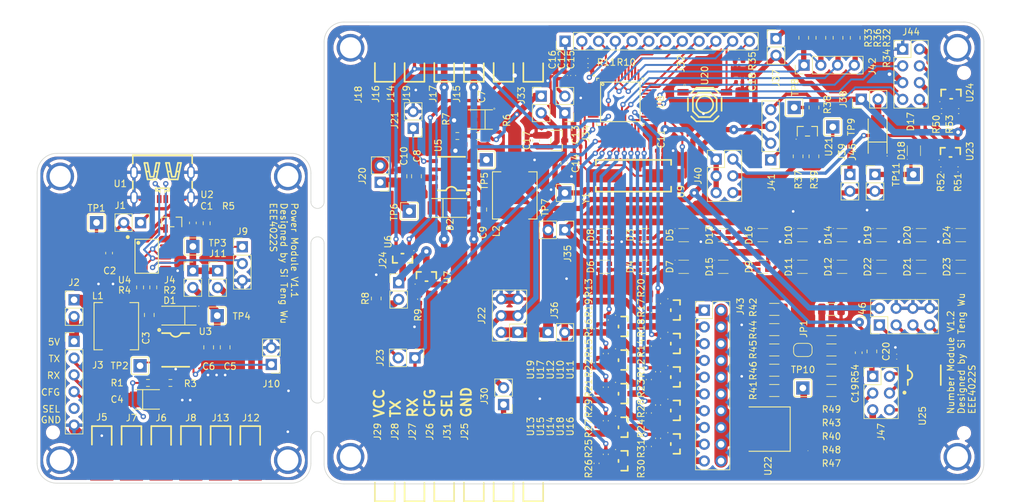
<source format=kicad_pcb>
(kicad_pcb (version 20221018) (generator pcbnew)
  (layers (0 "F.Cu" signal) (31 "B.Cu" signal) (34 "B.Paste" user) (35 "F.Paste" user) (36 "B.SilkS" user "B.Silkscreen") (37 "F.SilkS" user "F.Silkscreen") (38 "B.Mask" user) (39 "F.Mask" user) (44 "Edge.Cuts" user))
  (net 0 "")
  (net 1 "/RGB LEDs/Level")
  (net 2 "Net-(J9-Pin_2)")
  (net 3 "/USB_C_VOUT")
  (net 4 "/3V3")
  (net 5 "/RGB LEDs/DIN")
  (net 6 "GND")
  (net 7 "/LED Driver/-ve")
  (net 8 "Net-(J12-Pin_1)")
  (net 9 "/PA4")
  (net 10 "/PA7")
  (net 11 "/I2C_PUR")
  (net 12 "/TIM1_CH2")
  (net 13 "/PB12")
  (net 14 "Net-(U16-G)")
  (net 15 "/PB13")
  (net 16 "Net-(U15-G)")
  (net 17 "Net-(U13-G)")
  (net 18 "/PB11")
  (net 19 "Net-(J10-Pin_2)")
  (net 20 "/PA6")
  (net 21 "/TIM3_CH1")
  (net 22 "/TIM3_CH2")
  (net 23 "/TIM3_CH3")
  (net 24 "/TIM3_CH4")
  (net 25 "/USB_C_VIN")
  (net 26 "Net-(U20-G)")
  (net 27 "/PB10")
  (net 28 "/PC6")
  (net 29 "/PA5")
  (net 30 "/I2C1_SDA")
  (net 31 "/I2C1_SCL")
  (net 32 "/5V")
  (net 33 "/NRST")
  (net 34 "/USART2_Tx")
  (net 35 "Net-(J10-Pin_1)")
  (net 36 "Net-(U21-G)")
  (net 37 "/PC7")
  (net 38 "Net-(J1-Pin_7)")
  (net 39 "Net-(D1-K)")
  (net 40 "/VR{slash}B")
  (net 41 "/USART2_Rx")
  (net 42 "/TIM1_CH1")
  (net 43 "Net-(J14-Pin_1)")
  (net 44 "/SWDIO")
  (net 45 "/SWDCLK{slash}BOOT")
  (net 46 "/PDO")
  (net 47 "Net-(J1-Pin_2)")
  (net 48 "/PD1")
  (net 49 "Net-(D10-VDD)")
  (net 50 "Net-(D5-DO)")
  (net 51 "Net-(D6-DO)")
  (net 52 "/RGB LEDs/Cheese")
  (net 53 "/LED Driver/LED1")
  (net 54 "/LED Driver/main_col")
  (net 55 "/LED Driver/LED5")
  (net 56 "/LED Driver/LED0")
  (net 57 "/LED Driver/LED9")
  (net 58 "/LED Driver/LED4")
  (net 59 "/LED Driver/LED8")
  (net 60 "/LED Driver/LED3")
  (net 61 "/LED Driver/LED7")
  (net 62 "/LED Driver/LED2")
  (net 63 "/LED Driver/LED6")
  (net 64 "/VCC")
  (net 65 "Net-(J6-Pin_1)")
  (net 66 "Net-(D10-DI)")
  (net 67 "/PB2")
  (net 68 "/PB14")
  (net 69 "Net-(J11-Pin_1)")
  (net 71 "/5V OUT")
  (net 72 "Net-(J16-Pin_1)")
  (net 73 "/PD2")
  (net 74 "Net-(J1-Pin_4)")
  (net 75 "/PD3")
  (net 77 "/LED Driver/1OUT")
  (net 78 "Net-(U3-VSENSE)")
  (net 79 "Net-(U2-CC1)")
  (net 80 "Net-(U2-CC2)")
  (net 81 "Net-(U18-G)")
  (net 82 "Net-(U2-G)")
  (net 83 "Net-(U1-G)")
  (net 89 "Net-(U5-PF0-OSC_IN)")
  (net 90 "Net-(U5-PF1-OSC_OUT)")
  (net 103 "Net-(J31-Pin_2)")
  (net 107 "Net-(J33-Pin_1)")
  (net 108 "Net-(U3-BOOT)")
  (net 111 "/PA1")
  (net 112 "Net-(J1-Pin_3)")
  (net 113 "Net-(J1-Pin_6)")
  (net 114 "/LED Driver/5V_PWR")
  (net 115 "Net-(JP1-B)")
  (net 116 "Net-(D10-DO)")
  (net 117 "Net-(D11-DO)")
  (net 118 "Net-(D13-DO)")
  (net 119 "Net-(D14-DO)")
  (net 120 "Net-(D15-DO)")
  (net 121 "Net-(D16-DO)")
  (net 122 "Net-(D17-DO)")
  (net 123 "Net-(D18-DO)")
  (net 124 "Net-(D19-DO)")
  (net 125 "Net-(D20-DO)")
  (net 126 "Net-(D21-DO)")
  (net 128 "Net-(D3-DO)")
  (net 129 "Net-(D11-DI)")
  (net 130 "Net-(D12-DO)")
  (net 132 "Net-(D2-K)")
  (net 133 "Net-(D2-A)")
  (net 134 "Net-(D4-DO)")
  (net 135 "Net-(D7-DO)")
  (net 136 "Net-(J13-Pin_1)")
  (net 137 "Net-(J12-Pin_2)")
  (net 138 "Net-(J2-Pin_2)")
  (net 142 "Net-(U9-S)")
  (net 143 "Net-(U7-VSENSE)")
  (net 144 "Net-(U7-BOOT)")
  (net 145 "Net-(U19-G)")
  (net 146 "Net-(U14-G)")
  (net 147 "Net-(U11-G)")
  (net 148 "Net-(U10-G)")
  (net 149 "Net-(J33-Pin_7)")
  (net 150 "Net-(J33-Pin_5)")
  (net 151 "Net-(J33-Pin_3)")
  (net 152 "Net-(J31-Pin_6)")
  (net 153 "Net-(J31-Pin_4)")
  (net 154 "Net-(J31-Pin_1)")
  (net 155 "Net-(J30-Pin_1)")
  (net 156 "Net-(J29-Pin_4)")
  (net 157 "Net-(J29-Pin_1)")
  (net 158 "Net-(J24-Pin_2)")
  (net 159 "Net-(J23-Pin_1)")
  (net 160 "Net-(J22-Pin_1)")
  (net 161 "Net-(J20-Pin_1)")
  (net 162 "Net-(J18-Pin_12)")
  (footprint "Library:TestPoint_THTPad_2.0x2.0mm_Drill1.0mm" (layer "F.Cu") (at 80.1 109.2)
    (fp_text reference "TP2")
    (fp_text value "TestPoint")
  )
  (footprint "Library:R_0402_1005Metric_Pad0.72x0.64mm_HandSolder" (layer "F.Cu") (at 149.300001 118.904153 90)
    (fp_text reference "R27")
    (fp_text value "100k")
  )
  (footprint "Library:R_0402_1005Metric_Pad0.72x0.64mm_HandSolder" (layer "F.Cu") (at 150.700001 102.261443 90)
    (fp_text reference "R13")
    (fp_text value "1k")
  )
  (footprint "Resistor_SMD:R_1206_3216Metric" (layer "F.Cu") (at 184.9 106.8)
    (fp_text reference "R40")
    (fp_text value "100")
  )
  (footprint "Library:R_0402_1005Metric_Pad0.72x0.64mm_HandSolder" (layer "F.Cu") (at 204.19 70.601482 180)
    (fp_text reference "R53")
    (fp_text value "100k")
  )
  (footprint "Connector_PinHeader_2.54mm:PinHeader_2x03_P2.54mm_Vertical" (layer "F.Cu") (at 191.16 110.8)
    (fp_text reference "J47")
    (fp_text value "Conn_02x03_Odd_Even")
  )
  (footprint "Library:CONN-SMD_YZF0002-38080-02" (layer "F.Cu") (at 96.8 124.1 -90)
    (fp_text reference "J12")
    (fp_text value "VCC")
  )
  (footprint "Connector_PinHeader_2.54mm:PinHeader_1x02_P2.54mm_Vertical" (layer "F.Cu") (at 116.5 81.4 180)
    (fp_text reference "J20")
    (fp_text value "Conn_01x02_Pin")
  )
  (footprint "Resistor_SMD:R_0805_2012Metric" (layer "F.Cu") (at 182.249962 70.049962 90)
    (fp_text reference "R38")
    (fp_text value "1k")
  )
  (footprint "Library:CONN-SMD_YZF0002-38080-02" (layer "F.Cu") (at 139.7 60.4 90)
    (fp_text reference "J15")
    (fp_text value "GND")
  )
  (footprint "Library:LED-SMD_4P-L1.6-W1.5_XL-1615RGBC-WS2812B" (layer "F.Cu") (at 174.5 89.4)
    (fp_text reference "D16")
    (fp_text value "XL-1615RGBC-WS2812B")
  )
  (footprint "Library:SOT-23_L2.9-W1.3-P1.90-LS2.4-BR" (layer "F.Cu") (at 203.026557 68.026531 -90)
    (fp_text reference "U24")
    (fp_text value "AO3401A")
  )
  (footprint "Library:C_0402_1005Metric" (layer "F.Cu") (at 194.793557 107.819895 180)
    (fp_text reference "C20")
    (fp_text value "0.1uF")
  )
  (footprint "Library:R_0402_1005Metric_Pad0.72x0.64mm_HandSolder" (layer "F.Cu") (at 157.224963 101.145026 90)
    (fp_text reference "R17")
    (fp_text value "100k")
  )
  (footprint "Library:R_0402_1005Metric_Pad0.72x0.64mm_HandSolder" (layer "F.Cu") (at 158.624963 110.1 90)
    (fp_text reference "R12")
    (fp_text value "1k")
  )
  (footprint "Connector_PinHeader_2.54mm:PinHeader_1x03_P2.54mm_Vertical" (layer "F.Cu") (at 95.6 91.17018)
    (fp_text reference "J9")
    (fp_text value "Conn_01x03_Pin")
  )
  (footprint "Library:LED-SMD_4P-L1.6-W1.5_XL-1615RGBC-WS2812B" (layer "F.Cu") (at 192.5 94.2)
    (fp_text reference "D22")
    (fp_text value "XL-1615RGBC-WS2812B")
  )
  (footprint "Library:CONN-SMD_YZF0002-38080-02" (layer "F.Cu") (at 117.2 124 90)
    (fp_text reference "J29")
    (fp_text value "VCC")
  )
  (footprint "Library:R_0402_1005Metric_Pad0.72x0.64mm_HandSolder" (layer "F.Cu") (at 204.09 79.42642 180)
    (fp_text reference "R51")
    (fp_text value "100k")
  )
  (footprint "Library:R_0402_1005Metric_Pad0.72x0.64mm_HandSolder" (layer "F.Cu") (at 149.300001 108.722433 90)
    (fp_text reference "R15")
    (fp_text value "100k")
  )
  (footprint "Capacitor_SMD:C_0805_2012Metric" (layer "F.Cu") (at 131.9 85.519894 90)
    (fp_text reference "C9")
    (fp_text value "10nF")
  )
  (footprint "Library:CONN-SMD_YZF0002-38080-02" (layer "F.Cu") (at 139.7 124 90)
    (fp_text reference "J25")
    (fp_text value "GND")
  )
  (footprint "Library:Tooling Hole JLCPCB" (layer "F.Cu") (at 66.9 119.3)
    (fp_text reference "REF**" hide)
    (fp_text value "Tooling Hole JLCPCB")
  )
  (footprint "Resistor_SMD:R_0805_2012Metric" (layer "F.Cu") (at 191.035 107.019895 90)
    (fp_text reference "R54")
    (fp_text value "10k")
  )
  (footprint "Library:SOT-23_L2.9-W1.3-P1.90-LS2.4-BR" (layer "F.Cu") (at 123.5 95.675 -90)
    (fp_text reference "U7")
    (fp_text value "AO3401A")
  )
  (footprint "Library:SMA_L4.3-W2.6-LS5.2-RD" (layer "F.Cu") (at 126.9 85.274714)
    (fp_text reference "D2")
    (fp_text value "SS34")
  )
  (footprint "Library:LED-SMD_4P-L1.6-W1.5_XL-1615RGBC-WS2812B" (layer "F.Cu") (at 156.5 94.2)
    (fp_text reference "D4")
    (fp_text value "XL-1615RGBC-WS2812B")
  )
  (footprint "Resistor_SMD:R_1206_3216Metric" (layer "F.Cu") (at 184.9 109.875)
    (fp_text reference "R48")
    (fp_text value "100")
  )
  (footprint "Library:R_0402_1005Metric_Pad0.72x0.64mm_HandSolder" (layer "F.Cu") (at 150.700001 107.352306 90)
    (fp_text reference "R16")
    (fp_text value "1k")
  )
  (footprint "Resistor_SMD:R_0603_1608Metric" (layer "F.Cu") (at 128.2 74.374714 180)
    (fp_text reference "R7")
    (fp_text value "3.9k")
  )
  (footprint "Library:CONN-SMD_YZF0002-38080-02" (layer "F.Cu") (at 83.3 124.1 -90)
    (fp_text reference "J6")
    (fp_text value "CFG")
  )
  (footprint "Library:TestPoint_THTPad_2.0x2.0mm_Drill1.0mm" (layer "F.Cu") (at 185.1 73 90)
    (fp_text reference "TP9")
    (fp_text value "TestPoint")
  )
  (footprint "Connector_PinHeader_2.54mm:PinHeader_1x06_P2.54mm_Vertical" (layer "F.Cu") (at 70.1 105.5)
    (fp_text reference "J3")
    (fp_text value "ESP32 Jumpers")
  )
  (footprint "Library:SOT-23_L2.9-W1.3-P1.90-LS2.4-BR" (layer "F.Cu") (at 153.325051 123.6 180)
    (fp_text reference "U16")
    (fp_text value "AO3401A")
  )
  (footprint "Library:TestPoint_THTPad_2.0x2.0mm_Drill1.0mm" (layer "F.Cu") (at 144.5 83 90)
    (fp_text reference "TP7")
    (fp_text value "TestPoint")
  )
  (footprint "Library:SOT-23_L2.9-W1.3-P1.90-LS2.4-BR" (layer "F.Cu") (at 161.250013 110.893285 180)
    (fp_text reference "U12")
    (fp_text value "AO3401A")
  )
  (footprint "Library:R_0402_1005Metric_Pad0.72x0.64mm_HandSolder" (layer "F.Cu") (at 157.224963 106.216662 90)
    (fp_text reference "R14")
    (fp_text value "100k")
  )
  (footprint "Connector_PinHeader_2.54mm:PinHeader_1x02_P2.54mm_Vertical" (layer "F.Cu") (at 176.5 59.6075)
    (fp_text reference "J37")
    (fp_text value "Conn_01x02_Pin")
  )
  (footprint "Library:CAP-SMD_L3.5-W2.8" (layer "F.Cu") (at 131.7 71.874714)
    (fp_text reference "C7")
    (fp_text value "220uF")
  )
  (footprint "Resistor_SMD:R_1206_3216Metric" (layer "F.Cu") (at 176.2375 109.875 180)
    (fp_text reference "R46")
    (fp_text value "100")
  )
  (footprint "Library:R_0402_1005Metric_Pad0.72x0.64mm_HandSolder" (layer "F.Cu") (at 149.300001 113.813293 90)
    (fp_text reference "R21")
    (fp_text value "100k")
  )
  (footprint "Capacitor_SMD:C_0805_2012Metric" (layer "F.Cu") (at 81.5 101.5 -90)
    (fp_text reference "C3")
    (fp_text value "10nF")
  )
  (footprint "Connector_PinHeader_2.54mm:PinHeader_1x12_P2.54mm_Vertical" (layer "F.Cu") (at 144.525 60 90)
    (fp_text reference "J32")
    (fp_text value "Conn_01x12_Pin")
  )
  (footprint "Library:R_0402_1005Metric_Pad0.72x0.64mm_HandSolder" (layer "F.Cu") (at 158.624963 115.15 90)
    (fp_text reference "R28")
    (fp_text value "1k")
  )
  (footprint "Library:SOT-23_L2.9-W1.3-P1.90-LS2.4-BR" (layer "F.Cu") (at 161.250013 115.964921 180)
    (fp_text reference "U17")
    (fp_text value "AO3401A")
  )
  (footprint "Connector_PinHeader_2.54mm:PinHeader_1x02_P2.54mm_Vertical" (layer "F.Cu") (at 187.7 80.2)
    (fp_text reference "J39")
    (fp_text value "Conn_01x02_Pin")
  )
  (footprint "Connector_PinHeader_2.54mm:PinHeader_1x04_P2.54mm_Vertical" (layer "F.Cu") (at 180.75 63.625 90)
    (fp_text reference "J42")
    (fp_text value "Conn_01x04_Pin")
  )
  (footprint "Library:MountingHole_3.2mm_M3_Pad_TopBottom" (layer "F.Cu") (at 204 61 90)
    (fp_text reference "H7" hide)
    (fp_text value "M3")
  )
  (footprint "Library:SOT-23_L2.9-W1.3-P1.90-LS2.4-BR" (layer "F.Cu") (at 153.325051 108.32742 180)
    (fp_text reference "U15")
    (fp_text value "AO3401A")
  )
  (footprint "Connector_PinHeader_2.54mm:PinHeader_1x04_P2.54mm_Vertical" (layer "F.Cu") (at 175.7 78 180)
    (fp_text reference "J41")
    (fp_text value "Conn_01x04_Pin")
  )
  (footprint "Library:CONN-SMD_YZF0002-38080-02" (layer "F.Cu") (at 74.3 124.1 -90)
    (fp_text reference "J5")
    (fp_text value "GND")
  )
  (footprint "Capacitor_SMD:C_0603_1608Metric" (layer "F.Cu") (at 140.135077 75.050038 90)
    (fp_text reference "C17")
    (fp_text value "1uF")
  )
  (footprint "Resistor_SMD:R_0603_1608Metric" (layer "F.Cu") (at 84.7 111.8)
    (fp_text reference "R3")
    (fp_text value "3.9k")
  )
  (footprint "Resistor_SMD:R_1206_3216Metric" (layer "F.Cu") (at 184.9 103.725)
    (fp_text reference "R43")
    (fp_text value "100")
  )
  (footprint "Library:R_0402_1005Metric_Pad0.72x0.64mm_HandSolder" (layer "F.Cu") (at 149.300001 123.995013 90)
    (fp_text reference "R26")
    (fp_text value "100k")
  )
  (footprint "Library:SOT-23_L2.9-W1.3-P1.90-LS2.4-BR" (layer "F.Cu") (at 153.325051 113.41828 180)
    (fp_text reference "U14")
    (fp_text value "AO3401A")
  )
  (footprint "Library:CONN-SMD_YZF0002-38080-02" (layer "F.Cu") (at 87.8 124.1 -90)
    (fp_text reference "J8")
    (fp_text value "RX")
  )
  (footprint "Connector_PinHeader_2.54mm:PinHeader_2x03_P2.54mm_Vertical" (layer "F.Cu") (at 167.425 77.875)
    (fp_text reference "J40")
    (fp_text value "Conn_02x03_Odd_Even")
  )
  (footprint "Resistor_SMD:R_0805_2012Metric" (layer "F.Cu") (at 183.3 59.4875 -90)
    (fp_text reference "R36")
    (fp_text value "4.7k")
  )
  (footprint "Capacitor_SMD:C_0805_2012Metric" (layer "F.Cu") (at 122 80.469894 90)
    (fp_text reference "C8")
    (fp_text value "4.7uF")
  )
  (footprint "Library:TestPoint_THTPad_2.0x2.0mm_Drill1.0mm" (layer "F.Cu") (at 180.56875 112.57 90)
    (fp_text reference "TP10")
    (fp_text value "TestPoint")
  )
  (footprint "Library:CRYSTAL-SMD_L11.5-W4.8-LS12.7" (layer "F.Cu") (at 154.9 80.4)
    (fp_text reference "Y1")
    (fp_text value "Crystal")
  )
  (footprint "Resistor_SMD:R_1206_3216Metric" (layer "F.Cu") (at 184.9 112.95)
    (fp_text reference "R47")
    (fp_text value "100")
  )
  (footprint "Connector_PinHeader_2.54mm:PinHeader_1x02_P2.54mm_Vertical" (layer "F.Cu") (at 140.9 68.325)
    (fp_text reference "J33")
    (fp_text value "Conn_01x02_Pin")
  )
  (footprint "Resistor_SMD:R_0805_2012Metric" (layer "F.Cu") (at 185.9 59.4875 -90)
    (fp_text reference "R32")
    (fp_text value "4.7k")
  )
  (footprint "Library:CONN-SMD_YZF0002-38080-02" (layer "F.Cu") (at 130.7 124 90)
    (fp_text reference "J26")
    (fp_text value "CFG")
  )
  (footprint "Library:C_0402_1005Metric" (layer "F.Cu") (at 158.9 76.6)
    (fp_text reference "C11")
    (fp_text value "10pF")
  )
  (footprint "Resistor_SMD:R_0603_1608Metric" (layer "F.Cu") (at 90.2 87.6 -90)
    (fp_text reference "R5")
    (fp_text value "100k")
  )
  (footprint "Connector_PinHeader_2.54mm:PinHeader_1x02_P2.54mm_Vertical" (layer "F.Cu") (at 144.5 70.875 180)
    (fp_text reference "J34")
    (fp_text value "Conn_01x02_Pin")
  )
  (footprint "Library:R_0402_1005Metric_Pad0.72x0.64mm_HandSolder" (layer "F.Cu") (at 157.224963 111.288298 90)
    (fp_text reference "R23")
    (fp_text value "100k")
  )
  (footprint "Connector_PinHeader_2.54mm:PinHeader_1x02_P2.54mm_Vertical" (layer "F.Cu") (at 189.425 68.8 90)
    (fp_text reference "J38")
    (fp_text value "Conn_01x02_Pin")
  )
  (footprint "Connector_PinHeader_2.54mm:PinHeader_1x02_P2.54mm_Vertical" (layer "F.Cu") (at 121.5 73.2 180)
    (fp_text reference "J21")
    (fp_text value "Conn_01x02_Pin")
  )
  (footprint "Resistor_SMD:R_1206_3216Metric" (layer "F.Cu") (at 176.2375 106.8 180)
    (fp_text reference "R45")
    (fp_text value "100")
  )
  (footprint "Library:R_0402_1005Metric_Pad0.72x0.64mm_HandSolder" (layer "F.Cu") (at 157.224963 116.359934 90)
    (fp_text reference "R24")
    (fp_text value "100k")
  )
  (footprint "Library:mouse-bite-2mm-slot" (layer "F.Cu") (at 107 117 -90)
    (fp_text reference "mouse-bite-2" hide)
    (fp_text value "VAL**" hide)
    (fp_arc (start -3.15 -1) (mid -2.15 0) (end -3.15 1) (stroke (width 0.1)) (layer "Edge.Cuts"))
    (fp_arc (start 3.15 1) (mid 2.15 0) (end 3.15 -1) (stroke (width 0.1)) (layer "Edge.Cuts"))
  )
  (footprint "Connector_PinHeader_2.54mm:PinHeader_1x02_P2.54mm_Vertical" (layer "F.Cu") (at 91.852572 94.8)
    (fp_text reference "J11")
    (fp_text value "Conn_01x02_Pin")
  )
  (footprint "Resistor_SMD:R_0603_1608Metric" (layer "F.Cu") (at 82.105144 97.32018 -90)
    (fp_text reference "R2")
    (fp_text value "5.1k")
  )
  (footprint "Connector_PinHeader_2.54mm:PinHeader_1x02_P2.54mm_Vertical" (layer "F.Cu") (at 119.3 96.6)
    (fp_text reference "J24")
    (fp_text value "Conn_01x02_Pin")
  )
  (footprint "Capacitor_SMD:C_0805_2012Metric" (layer "F.Cu") (at 93 106.40482 -90)
    (fp_text reference "C5")
    (fp_text value "4.7uF")
  )
  (footprint "Library:C_0402_1005Metric" (layer "F.Cu") (at 144.5 65.2 90)
    (fp_text reference "C12")
    (fp_text value "0.1uF")
  )
  (footprint "Connector_PinHeader_2.54mm:PinHeader_1x02_P2.54mm_Vertical" (layer "F.Cu") (at 80.175 87.5 -90)
    (fp_text reference "J1")
    (fp_text value "Conn_01x02_Pin")
  )
  (footprint "Capacitor_SMD:C_0805_2012Metric" (layer "F.Cu") (at 90.5 106.40482 -90)
    (fp_text reference "C6")
    (fp_text value "4.7uF")
  )
  (footprint "Library:R_0402_1005Metric_Pad0.72x0.64mm_HandSolder" (layer "F.Cu") (at 201.49 79.42642 180)
    (fp_text reference "R52")
    (fp_text value "1k")
  )
  (footprint "Library:Tooling Hole JLCPCB" (layer "F.Cu") (at 205 119.4)
    (fp_text reference "REF**" hide)
    (fp_text value "Tooling Hole JLCPCB")
  )
  (footprint "Library:CONN-SMD_YZF0002-38080-02" (layer "F.Cu") (at 126.2 60.4 90)
    (fp_text reference "J14")
    (fp_text value "RX")
  )
  (footprint "Library:LED-SMD_4P-L1.6-W1.5_XL-1615RGBC-WS2812B" (layer "F.Cu") (at 204.5 89.4)
    (fp_text reference "D24")
    (fp_text value "XL-1615RGBC-WS2812B")
  )
  (footprint "Library:SOT-23_L2.9-W1.3-P1.90-LS2.4-BR" (layer "F.Cu") (at 202.926557 76.851469 -90)
    (fp_text reference "U23")
    (fp_text value "AO3401A")
  )
  (footprint "Library:CONN-SMD_YZF0002-38080-02" (layer "F.Cu") (at 135.2 124 90)
    (fp_text reference "J31")
    (fp_text value "SEL")
  )
  (footprint "Library:LED-SMD_4P-L1.6-W1.5_XL-1615RGBC-WS2812B" (layer "F.Cu") (at 204.5 94.2)
    (fp_text reference "D23")
    (fp_text value "XL-1615RGBC-WS2812B")
  )
  (footprint "Library:R_0402_1005Metric_Pad0.72x0.64mm_HandSolder" (layer "F.Cu") (at 149.300001 103.63157 90)
    (fp_text reference "R19")
    (fp_text value "100k")
  )
  (footprint "Library:SOT-23_L2.9-W1.3-P1.90-LS2.4-BR" (layer "F.Cu") (at 119.9 92.900051 90)
    (fp_text reference "U6")
    (fp_text value "AO3401A")
  )
  (footprint "Connector_PinHeader_2.54mm:PinHeader_2x10_P2.54mm_Vertical" (layer "F.Cu") (at 165.625 100.775)
    (fp_text reference "J43")
    (fp_text value "Conn_02x11_Odd_Even")
  )
  (footprint "Resistor_SMD:R_1206_3216Metric" (layer "F.Cu") (at 176.2375 112.95 180)
    (fp_text reference "R41")
    (fp_text value "100")
  )
  (footprint "Library:MountingHole_3.2mm_M3_Pad_TopBottom" (layer "F.Cu") (at 102.5 123.5)
    (fp_text reference "H6" hide)
    (fp_text value "M3")
  )
  (footprint "Resistor_SMD:R_1206_3216Metric" (layer "F.Cu") (at 184.9 100.65)
    (fp_text reference "R49")
    (fp_text value "100")
  )
  (footprint "Library:CONN-SMD_YZF0002-38080-02" (layer "F.Cu") (at 126.2 124 90)
    (fp_text reference "J27")
    (fp_text value "RX")
  )
  (footprint "Library:R_0402_1005Metric_Pad0.72x0.64mm_HandSolder" (layer "F.Cu") (at 150.700001 117.534026 90)
    (fp_text reference "R29")
    (fp_text value "1k")
  )
  (footprint "Connector_PinHeader_2.54mm:PinHeader_2x04_P2.54mm_Vertical" (layer "F.Cu") (at 195.7 61.2)
    (fp_text reference "J44")
    (fp_text value "Conn_02x04_Odd_Even")
  )
  (footprint "Library:LED-SMD_4P-L1.6-W1.5_XL-1615RGBC-WS2812B" (layer "F.Cu") (at 150.5 94.2)
    (fp_text reference "D6")
    (fp_text value "XL-1615RGBC-WS2812B")
  )
  (footprint "Resistor_SMD:R_0603_1608Metric" (layer "F.Cu") (at 81.3 111.8)
    (fp_text reference "R1")
    (fp_text value "12k")
  )
  (footprint "Library:SOT-23_L2.9-W1.3-P1.90-LS2.4-BR" (layer "F.Cu") (at 161.250013 100.750013 180)
    (fp_text reference "U11")
    (fp_text value "AO3401A")
  )
  (footprint "Connector_PinHeader_2.54mm:PinHeader_2x03_P2.54mm_Vertical" (layer "F.Cu") (at 137.375 104.14157 180)
    (fp_text reference "J22")
    (fp_text value "Conn_02x03_Odd_Even")
  )
  (footprint "Resistor_SMD:R_0603_1608Metric" (layer "F.Cu") (at 131.319856 74.374714 180)
    (fp_text reference "R6")
    (fp_text value "12k")
  )
  (footprint "Capacitor_SMD:C_0603_1608Metric" (layer "F.Cu") (at 88.105144 87.54518 90)
    (fp_text reference "C1")
    (fp_text value "10uF")
  )
  (footprint "Connector_PinHeader_2.54mm:PinHeader_1x02_P2.54mm_Vertical" (layer "F.Cu") (at 144.5 88.6 -90)
    (fp_text reference "J35")
    (fp_text value "Conn_01x02_Pin")
  )
  (footprint "Resistor_SMD:R_0805_2012Metric" (layer "F.Cu") (at 180.7 59.4875 -90)
    (fp_text reference "R33")
    (fp_text value "4.7k")
  )
  (footprint "Library:LED-SMD_4P-L1.6-W1.5_XL-1615RGBC-WS2812B" (layer "F.Cu") (at 162.5 94.2)
    (fp_text reference "D7")
    (fp_text value "XL-1615RGBC-WS2812B")
  )
  (footprint "Connector_PinHeader_2.54mm:PinHeader_1x02_P2.54mm_Vertical" (layer "F.Cu") (at 135.2 115.075 180)
    (fp_text reference "J30")
    (fp_text value "Conn_01x02_Pin")
  )
  (footprint "Library:TestPoint_THTPad_2.0x2.0mm_Drill1.0mm" (layer "F.Cu") (at 73.5 87.5)
    (fp_text reference "TP1")
    (fp_text value "TestPoint")
  )
  (footprint "Connector_PinHeader_2.54mm:PinHeader_1x02_P2.54mm_Vertical" (layer "F.Cu") (at 100 109 180)
    (fp_text reference "J10")
    (fp_text value "Conn_01x02_Pin")
  )
  (footprint "Library:CONN-SMD_YZF0002-38080-02" (layer "F.Cu") (at 117.2 60.4 90)
    (fp_text reference "J18")
    (fp_text value "VCC")
  )
  (footprint "Connector_PinHeader_2.54mm:PinHeader_1x02_P2.54mm_Vertical" (layer "F.Cu") (at 191.5 80.2)
    (fp_text reference "J45")
    (fp_text value "Conn_01x02_Pin")
  )
  (footprint "Library:MountingHole_3.2mm_M3_Pad_TopBottom" (layer "F.Cu") (at 112 123 90)
    (fp_text reference "H5" hide)
    (fp_text value "M3")
  )
  (footprint "Library:C_0402_1005Metric" (layer "F.Cu") (at 146.4 76 180)
    (fp_text reference "C13")
    (fp_text value "10pF")
  )
  (footprint "Library:LED-SMD_4P-L1.6-W1.5_XL-1615RGBC-WS2812B" (layer "F.Cu") (at 156.5 89.4)
    (fp_text reference "D3")
    (fp_text value "XL-1615RGBC-WS2812B")
  )
  (footprint "Capacitor_SMD:C_0603_1608Metric" (layer "F.Cu") (at 75.405144 92.12018 -90)
    (fp_text reference "C2")
    (fp_text value "1uF")
  )
  (footprint "Library:LED-SMD_4P-L1.6-W1.5_XL-1615RGBC-WS2812B" (layer "F.Cu") (at 168.5 89.4)
    (fp_text reference "D13")
    (fp_text value "XL-1615RGBC-WS2812B")
  )
  (footprint "Library:R_0402_1005Metric_Pad0.72x0.64mm_HandSolder" (layer "F.Cu") (at 150.700001 122.624886 90)
    (fp_text reference "R25")
    (fp_text value "1k")
  )
  (footprint "Library:XC6206" (layer "F.Cu") (at 143.235077 75.050038 180)
    (fp_text reference "U9")
    (fp_text value "XC6206P332MR")
  )
  (footprint "Resistor_SMD:R_0805_2012Metric" (layer "F.Cu") (at 188.5 59.4875 -90)
    (fp_text reference "R34")
    (fp_text value "4.7k")
  )
  (footprint "Library:SOT-23_L2.9-W1.3-P1.90-LS2.4-BR" (layer "F.Cu") (at 153.325051 103.236557 180)
    (fp_text reference "U13")
    (fp_text value "AO3401A")
  )
  (footprint "Connector_PinHeader_2.54mm:PinHeader_1x02_P2.54mm_Vertical" (layer "F.Cu") (at 121.775 108 -90)
    (fp_text reference "J23")
    (fp_text value "Conn_01x02_Pin")
  )
  (footprint "Library:TestPoint_THTPad_2.0x2.0mm_Drill1.0mm" (layer "F.Cu") (at 91.8 101.6)
    (fp_text reference "TP4")
    (fp_text value "TestPoint")
  )
  (footprint "Library:LED-SMD_4P-L1.6-W1.5_XL-1615RGBC-WS2812B" (layer "F.Cu") (at 150.5 89.4)
    (fp_text reference "D8")
    (fp_text value "XL-1615RGBC-WS2812B")
  )
  (footprint "Library:CAP-SMD_L3.5-W2.8" (layer "F.Cu") (at 81.196114 114.3 180)
    (fp_text reference "C4")
    (fp_text value "220uF")
  )
  (footprint "Library:R_0402_1005Metric_Pad0.72x0.64mm_HandSolder" (layer "F.Cu") (at 150.700001 112.443166 90)
    (fp_text reference "R22")
    (fp_text value "1k")
  )
  (footprint "Library:LED-SMD_4P-L1.6-W1.5_XL-1615RGBC-WS2812B" (layer "F.Cu") (at 198.5 89.4)
    (fp_text reference "D20")
    (fp_text value "XL-1615RGBC-WS2812B")
  )
  (footprint "Library:MJD44 NPN" (layer "F.Cu") (at 177.3 118.8)
    (fp_text reference "U22")
    (fp_text value "MJD44H11J")
  )
  (footprint "Library:CONN-SMD_YZF0002-38080-02" (layer "F.Cu") (at 121.7 124 90)
    (fp_text reference "J28")
    (fp_text value "TX")
  )
  (footprint "Resistor_SMD:R_0805_2012Metric" (layer "F.Cu") (at 179.849962 77.449962 -90)
    (fp_text reference "R39")
    (fp_text value "1k")
  )
  (footprint "Resistor_SMD:R_1206_3216Metric" (layer "F.Cu") (at 176.2375 103.725 180)
    (fp_text reference "R44")
    (fp_text value "100")
  )
  (footprint "Library:CONN-SMD_YZF0002-38080-02" (layer "F.Cu") (at 92.3 124.1 -90)
    (fp_text reference "J13")
    (fp_text value "TX")
  )
  (footprint "Library:CONN-SMD_YZF0002-38080-02" (layer "F.Cu") (at 130.7 60.4 90)
    (fp_text reference "J19")
    (fp_text value "CFG")
  )
  (footprint "Connector_PinHeader_2.54mm:PinHeader_1x02_P2.54mm_Vertical" (layer "F.Cu") (at 88.105144 94.8)
    (fp_text reference "J4")
    (fp_text value "Conn_01x02_Pin")
  )
  (footprint "Library:SMA_L4.3-W2.6-LS5.2-RD" (layer "F.Cu") (at 191.9 74.4 90)
    (fp_text reference "D17")
    (fp_text value "M7")
  )
  (footprint "Library:SOT-23-3_L2.9-W1.3-P1.90-LS2.4-BR" (layer "F.Cu") (at 84.9 87.4 -90)
    (fp_text reference "U2")
    (fp_text value "AO3400A")
  )
  (footprint "Library:R_0402_1005Metric_Pad0.72x0.64mm_HandSolder" (layer "F.Cu") (at 148 63)
    (fp_text reference "R10")
    (fp_text value "10k")
  )
  (footprint "Library:R_0402_1005Metric_Pad0.72x0.64mm_HandSolder" (layer "F.Cu") (at 158.624963 120.2 90)
    (fp_text reference "R31")
    (fp_text value "1k")
  )
  (footprint "Library:TestPoint_THTPad_2.0x2.0mm_Drill1.0mm" (layer "F.Cu") (at 179.249962 70.049962 90)
    (fp_text reference "TP8")
    (fp_text value "TestPoint")
  )
  (footprint "Library:LED-SMD_4P-L1.6-W1.5_XL-1615RGBC-WS2812B" (layer "F.Cu") (at 174.5 94.2)
    (fp_text reference "D9")
    (fp_text value "XL-1615RGBC-WS2812B")
  )
  (footprint "Library:TYPE-C-SMD_TYPE-C-6P" (layer "F.Cu") (at 83.5 81.908004 180)
    (fp_text reference "U1")
    (fp_text value "TYPE-C_6P")
  )
  (footprint "Library:LED-SMD_4P-L1.6-W1.5_XL-1615RGBC-WS2812B" (layer "F.Cu") (at 197.4 76.6 90)
    (fp_text reference "D18")
    (fp_text value "XL-1615RGBC-WS2812B")
  )
  (footprint "Library:C_0402_1005Metric" (layer "F.Cu") (at 170.92 66.2)
    (fp_text reference "C18")
    (fp_text value "0.1uF")
  )
  (footprint "Library:MountingHole_3.2mm_M3_Pad_TopBottom" (layer "F.Cu") (at 68 123.5)
    (fp_text reference "H2" hide)
    (fp_text value "M3")
  )
  (footprint "Connector_PinHeader_2.54mm:PinHeader_1x02_P2.54mm_Vertical" (layer "F.Cu") (at 70.1 99.2)
    (fp_text reference "J2")
    (fp_text value "Conn_01x02_Pin")
  )
  (footprint "Jumper:SolderJumper-2_P1.3mm_Open_RoundedPad1.0x1.5mm" (layer "F.Cu") (at 180.56875 106.8)
    (fp_text reference "JP1")
    (fp_text value "Jumper_2_Open")
  )
  (footprint "Library:SOT-23_L2.9-W1.3-P1.90-LS2.4-BR" (layer "F.Cu") (at 153.325051 118.50914 180)
    (fp_text reference "U18")
    (fp_text value "AO3401A")
  )
  (footprint "Library:LQFP-48_L7.0-W7.0-P0.50-LS9.0-BL_1" (layer "F.Cu") (at 152.9 69.2 -90)
    (fp_text reference "U8")
    (fp_text value "STM32G030C8T6")
  )
  (footprint "Library:LED-SMD_4P-L1.6-W1.5_XL-1615RGBC-WS2812B" (layer "F.Cu") (at 168.5 94.2)
    (fp_text reference "D15")
    (fp_text value "XL-1615RGBC-WS2812B")
  )
  (footprint "Library:R_0402_1005Metric_Pad0.72x0.64mm_HandSolder" (layer "F.Cu") (at 148 64.4)
    (fp_text reference "R11")
    (fp_text value "10k")
  )
  (footprint "Capacitor_SMD:C_0603_1608Metric" (layer "F.Cu") (at 144.4 78.52 -90)
    (fp_text reference "C14")
    (fp_text value "1uF")
  )
  (footprint "Resistor_SMD:R_1206_3216Metric" (layer "F.Cu") (at 176.2375 100.65 180)
    (fp_text reference "R42")
    (fp_text value "100")
  )
  (footprint "Library:R_0402_1005Metric_Pad0.72x0.64mm_HandSolder" (layer "F.Cu") (at 170.9 63)
    (fp_text reference "R35")
    (fp_text value "10k")
  )
  (footprint "Library:CONN-SMD_YZF0002-38080-02" (layer "F.Cu") (at 78.8 124.1 -90)
    (fp_text reference "J7")
    (fp_text value "SEL")
  )
  (footprint "Library:TestPoint_THTPad_2.0x2.0mm_Drill1.0mm" (layer "F.Cu") (at 132.594856 77.974714 -90)
    (fp_text reference "TP5")
    (fp_text value "TestPoint")
  )
  (footprint "Library:TestPoint_THTPad_2.0x2.0mm_Drill1.0mm" (layer "F.Cu") (at 88.105144 91.12018)
    (fp_text reference "TP3")
    (fp_text value "TestPoint")
  )
  (footprint "Library:SMA_L4.3-W2.6-LS5.2-RD" (layer "F.Cu") (at 86 101.6 180)
    (fp_text reference "D1")
    (fp_text value "SS34")
  )
  (footprint "Library:R_0402_1005Metric_Pad0.72x0.64mm_HandSolder" (layer "F.Cu") (at 157.224963 121.43157 90)
    (fp_text reference "R30")
    (fp_text value "100k")
  )
  (footprint "Library:SOT-23_L2.9-W1.3-P1.90-LS2.4-BR" (layer "F.Cu") (at 161.250013 121.036557 180)
    (fp_text reference "U19")
    (fp_text value "AO3401A")
  )
  (footprint "Library:Tooling Hole JLCPCB" (layer "F.Cu") (at 205 64.8)
    (fp_text reference "REF**" hide)
    (fp_text value "Tooling Hole JLCPCB")
  )
  (footprint "Library:ESOP-8_L4.9-W3.9-P1.27-LS6.0-TL-EP" (layer "F.Cu") (at 127.294856 80.074714 180)
    (fp_text reference "U5")
    (fp_text value "TPS5430DDAR")
  )
  (footprint "Library:LED-SMD_4P-L1.6-W1.5_XL-1615RGBC-WS2812B" (layer "F.Cu") (at 180.5 89.4)
    (fp_text reference "D10")
    (fp_text value "XL-1615RGBC-WS2812B")
  )
  (footprint "Library:TSSOP-16_L5.0-W4.4-P0.65-LS6.4-BL" (layer "F.Cu") (at 81.105144 92.59518 -90)
    (fp_text reference "U4")
    (fp_text value "IP2721")
  )
  (footprint "Library:MountingHole_3.2mm_M3_Pad_TopBottom" (layer "F.Cu") (at 112 61 90)
    (fp_text reference "H3" hide)
    (fp_text value "M3")
  )
  (footprint "Library:mouse-bite-2mm-slot" (layer "F.Cu") (at 107 87.5 -90)
    (fp_text reference "mouse-bite-1" hide)
    (fp_text value "VAL**" hide)
    (fp_arc (start -3.15 -1) (mid -2.15 0) (end -3.15 1) (stroke (width 0.1)) (layer "Edge.Cuts"))
    (fp_arc (start 3.15 1) (mid 2.15 0) (end 3.15 -1) (stroke (width 0.1)) (layer "Edge.Cuts"))
  )
  (footprint "Library:SOT-23-3_L2.9-W1.3-P1.90-LS2.4-BR" (layer "F.Cu") (at 181.249962 73.649962 -90)
    (fp_text reference "U21")
    (fp_text value "2N7002")
  )
  (footprint "Library:R_0402_1005Metric_Pad0.72x0.64mm_HandSolder" (layer "F.Cu") (at 201.59 70.601482 180)
    (fp_text reference "R50")
    (fp_text value "1k")
  )
  (footprint "Library:R_0402_1005Metric_Pad0.72x0.64mm_HandSolder" (layer "F.Cu") (at 158.624963 99.774899 90)
    (fp_text reference "R20")
    (fp_text value "1k")
  )
  (footprint "Library:TestPoint_THTPad_2.0x2.0mm_Drill1.0mm" (layer "F.Cu") (at 197.3 80.2)
    (fp_text reference "TP11")
    (fp_text value "TestPoint")
  )
  (footprint "Library:C_0402_1005Metric" (layer "F.Cu") (at 145.75 65.2 90)
    (fp_text reference "C15")
    (fp_text value "0.1uF")
  )
  (footprint "Library:MountingHole_3.2mm_M3_Pad_TopBottom" (layer "F.Cu") (at 204 123 90)
    (fp_text reference "H8" hide)
    (fp_text value "M3")
  )
  (footprint "Connector_PinHeader_2.54mm:PinHeader_1x02_P2.54mm_Vertical" (layer "F.Cu") (at 141.95 104.14157 90)
    (fp_text reference "J36")
    (fp_text value "Conn_01x02_Pin")
  )
  (footprint "Library:SW-SMD_4P-L5.1-W5.1-P3.70-LS6.5-TL-2" (layer "F.Cu") (at 165.7 69.6)
    (fp_text reference "U20")
    (fp_text value "TS-1187A-B-A-B")
  )
  (footprint "Resistor_SMD:R_0805_2012Metric" (layer "F.Cu") (at 115.9 99 90)
    (fp_text reference "R8")
    (fp_text value "1k")
  )
  (footprint "Library:C_0402_1005Metric" (layer "F.Cu") (at 143.25 65.2 90)
    (fp_text reference "C16")
    (fp_text value "4.7uF")
  )
  (footprint "Library:LED-SMD_4P-L1.6-W1.5_XL-1615RGBC-WS2812B" (layer "F.Cu") (at 186.5 94.2)
    (fp_text reference "D12")
    (fp_text value "XL-1615RGBC-WS2812B")
  )
  (footprint "Library:R_0402_1005Metric_Pad0.72x0.64mm_HandSolder" (layer "F.Cu") (at 122.55 99.1 90)
    (fp_text reference "R9")
    (fp_text value "100k")
  )
  (footprint "Library:MountingHole_3.2mm_M3_Pad_TopBottom" (layer "F.Cu") (at 68 80.5)
    (fp_text reference "H1" hide)
    (fp_text value "M3")
  )
  (footprint "Library:CONN-SMD_YZF0002-38080-02" (layer "F.Cu") (at 121.7 60.4 90)
    (fp_text reference "J16")
    (fp_text value "TX")
  )
  (footprint "Library:R_0402_1005Metric_Pad0.72x0.64mm_HandSolder" (layer "F.Cu") (at 158.624963 105.05 90)
    (fp_text reference "R18")
    (fp_text value "1k")
  )
  (footprint "Library:LED-SMD_4P-L1.6-W1.5_XL-1615RGBC-WS2812B" (layer "F.Cu") (at 180.5 94.2)
    (fp_text reference "D11")
    (fp_text value "XL-1615RGBC-WS2812B")
  )
  (footprint "Library:MountingHole_3.2mm_M3_Pad_TopBottom" (layer "F.Cu") (at 102.5 80.5)
    (fp_text reference "H4" hide)
    (fp_text value "M3")
  )
  (footprint "Connector_PinHeader_2.54mm:PinHeader_2x04_P2.54mm_Vertical" (layer "F.Cu") (at 192.173557 103.019895 90)
    (fp_text reference "J46")
    (fp_text value "Conn_02x04_Odd_Even")
  )
  (footprint "Library:LED-SMD_4P-L1.6-W1.5_XL-1615RGBC-WS2812B" (layer "F.Cu") (at 186.5 89.4)
    (fp_text reference "D14")
    (fp_text value "XL-1615RGBC-WS2812B")
  )
  (footprint "Library:IND-SMD_L7.3-W6.6_MHCI06030" (layer "F.Cu") (at 76.5 103.2 -90)
    (fp_text reference "L1")
    (fp_text value "22uH")
  )
  (footprint "Library:Dual LM358" (layer "F.Cu") (at 198.971557 110.619895)
    (fp_text reference "U25")
    (fp_text value "LM358DR2G")
  )
  (footprint "Library:LED-SMD_4P-L1.6-W1.5_XL-1615RGBC-WS2812B" (layer "F.Cu") (at 192.5 89.4)
    (fp_text reference "D19")
    (fp_text value "XL-1615RGBC-WS2812B")
  )
  (footprint "Library:IND-SMD_L7.3-W6.6_MHCI06030" (layer "F.Cu") (at 136.9 83.374714 90)
    (fp_text reference "L2")
    (fp_text value "22uH")
  )
  (footprint "Library:LED-SMD_4P-L1.6-W1.5_XL-1615RGBC-WS2812B" (layer "F.Cu") (at 198.5 94.2)
    (fp_text reference "D21")
    (fp_text value "XL-1615RGBC-WS2812B")
  )
  (footprint "Capacitor_SMD:C_0603_1608Metric" (layer "F.Cu") (at 189.035 107.219895 90)
    (fp_text reference "C19")
    (fp_text value "1uF")
  )
  (footprint "Resistor_SMD:R_0805_2012Metric" (layer "F.Cu") (at 182.249962 77.449962 90)
    (fp_text reference "R37")
    (fp_text value "1k")
  )
  (footprint "Library:LED-SMD_4P-L1.6-W1.5_XL-1615RGBC-WS2812B" (layer "F.Cu") (at 162.5 89.4)
    (fp_text reference "D5")
    (fp_text value "XL-1615RGBC-WS2812B")
  )
  (footprint "Capacitor_SMD:C_0805_2012Metric" (layer "F.Cu") (at 119.8 80.469894 90)
    (fp_text reference "C10")
    (fp_text value "4.7uF")
  )
  (footprint "Library:ESOP-8_L4.9-W3.9-P1.27-LS6.0-TL-EP" (layer "F.Cu") (at 85.5 106.8)
    (fp_text reference "U3")
    (fp_text value "TPS5430DDAR")
  )
  (footprint "Library:CONN-SMD_YZF0002-38080-02" (layer "F.Cu") (at 135.2 60.4 90)
    (fp_text reference "J17")
    (fp_text value "SEL")
  )
  (footprint "Library:SOT-23_L2.9-W1.3-P1.90-LS2.4-BR" (layer "F.Cu") (at 161.250013 105.821649 180)
    (fp_text reference "U10")
    (fp_text value "AO3401A")
  )
  (footprint "Resistor_SMD:R_0603_1608Metric" (layer "F.Cu") (at 80.105144 97.32018 -90)
    (fp_text reference "R4")
    (fp_text value "5.1k")
  )
  (footprint "Library:TestPoint_THTPad_2.0x2.0mm_Drill1.0mm" (layer "F.Cu") (at 120.9 85.769894 -90)
    (fp_text reference "TP6")
    (fp_text value "TestPoint")
  )
  (gr_line (start 103 127) (end 67.5 127) (stroke (width 0.1)) (layer "Edge.Cuts"))
  (gr_line (start 205 127.1) (end 111 127.1) (stroke (width 0.1)) (layer "Edge.Cuts"))
  (gr_arc (start 67.5 127) (mid 65.37868 126.12132) (end 64.5 124) (stroke (width 0.1)) (layer "Edge.Cuts"))
  (gr_line (start 208 60.1) (end 208 124.1) (stroke (width 0.1)) (layer "Edge.Cuts"))
  (gr_line (start 106 80) (end 106 84.35) (stroke (width 0.1)) (layer "Edge.Cuts"))
  (gr_line (start 106 90.65) (end 106 113.85) (stroke (width 0.1)) (layer "Edge.Cuts"))
  (gr_arc (start 208 124.1) (mid 207.12132 126.22132) (end 205 127.1) (stroke (width 0.1)) (layer "Edge.Cuts"))
  (gr_arc (start 103 77) (mid 105.12132 77.87868) (end 106 80) (stroke (width 0.1)) (layer "Edge.Cuts"))
  (gr_arc (start 108 60.1) (mid 108.87868 57.97868) (end 111 57.1) (stroke (width 0.1)) (layer "Edge.Cuts"))
  (gr_line (start 67.5 77) (end 103 77) (stroke (width 0.1)) (layer "Edge.Cuts"))
  (gr_line (start 64.5 124) (end 64.5 80) (stroke (width 0.1)) (layer "Edge.Cuts"))
  (gr_line (start 108 113.85) (end 108 90.65) (stroke (width 0.1)) (layer "Edge.Cuts"))
  (gr_arc (start 106 124) (mid 105.12132 126.12132) (end 103 127) (stroke (width 0.1)) (layer "Edge.Cuts"))
  (gr_arc (start 64.5 80) (mid 65.37868 77.87868) (end 67.5 77) (stroke (width 0.1)) (layer "Edge.Cuts"))
  (gr_line (start 108 120.15) (end 108 124.1) (stroke (width 0.1)) (layer "Edge.Cuts"))
  (gr_line (start 106 124) (end 106 120.15) (stroke (width 0.1)) (layer "Edge.Cuts"))
  (gr_line (start 111 57.1) (end 205 57.1) (stroke (width 0.1)) (layer "Edge.Cuts"))
  (gr_line (start 108 84.35) (end 108 60.1) (stroke (width 0.1)) (layer "Edge.Cuts"))
  (gr_arc (start 111 127.1) (mid 108.87868 126.22132) (end 108 124.1) (stroke (width 0.1)) (layer "Edge.Cuts"))
  (gr_arc (start 205 57.1) (mid 207.12132 57.97868) (end 208 60.1) (stroke (width 0.1)) (layer "Edge.Cuts"))
  (gr_text "TX" (at 119.7 117.2 90) (layer "F.SilkS") (effects (font (size 1.5 1.5) (thickness 0.3) bold) (justify left bottom)))
  (gr_text "TX" (at 67.1 108.14) (layer "F.SilkS") (effects (font (size 1 1))))
  (gr_text "Number Module V1.2\nDesigned by Si Teng Wu\nEEE4022S" (at 206.8 116.6 90) (layer "F.SilkS") (effects (font (size 1 1)) (justify left bottom)))
  (gr_text "RX" (at 122.3 117.2 90) (layer "F.SilkS") (effects (font (size 1.5 1.5) (thickness 0.3) bold) (justify left bottom)))
  (gr_text "VCC" (at 117.225 117.2 90) (layer "F.SilkS") (effects (font (size 1.5 1.5) (thickness 0.3) bold) (justify left bottom)))
  (gr_text "CFG" (at 124.9 117.2 90) (layer "F.SilkS") (effects (font (size 1.5 1.5) (thickness 0.3) bold) (justify left bottom)))
  (gr_text "SEL" (at 127.5 117.2 90) (layer "F.SilkS") (effects (font (size 1.5 1.5) (thickness 0.3) bold) (justify left bottom)))
  (gr_text "5V" (at 67.052381 105.6) (layer "F.SilkS") (effects (font (size 1 1))))
  (gr_text "GND" (at 130.425 117.2 90) (layer "F.SilkS") (effects (font (size 1.5 1.5) (thickness 0.3) bold) (justify left bottom)))
  (gr_text "CFG" (at 66.528571 113.22) (layer "F.SilkS") (effects (font (size 1 1))))
  (gr_text "SEL" (at 66.623809 115.76) (layer "F.SilkS") (effects (font (size 1 1))))
  (gr_text "GND" (at 66.6 117.4) (layer "F.SilkS") (effects (font (size 1 1))))
  (gr_text "RX" (at 66.980952 110.68) (layer "F.SilkS") (effects (font (size 1 1))))
  (gr_text "Power Module V1.1\nDesigned by Si Teng Wu\nEEE4022S" (at 99.7 84.4 -90) (layer "F.SilkS") (effects (font (size 1 1)) (justify left bottom)))
  (segment (start 180.812462 79.324962) (end 182.989911 79.324962) (width 0.5) (layer "F.Cu") (net 1))
  (segment (start 185.1 77.214873) (end 185.1 73) (width 0.5) (layer "F.Cu") (net 1))
  (segment (start 177.797424 80.415) (end 179.849962 78.362462) (width 0.8) (layer "F.Cu") (net 1))
  (segment (start 169.965 80.415) (end 177.797424 80.415) (width 0.8) (layer "F.Cu") (net 1))
  (segment (start 179.849962 78.362462) (end 180.812462 79.324962) (width 0.5) (layer "F.Cu") (net 1))
  (segment (start 182.989911 79.324962) (end 185.1 77.214873) (width 0.5) (layer "F.Cu") (net 1))
  (segment (start 78.239383 90.970085) (end 76.5 90.970085) (width 0.5) (layer "F.Cu") (net 2))
  (segment (start 75.405144 91.34518) (end 76.124905 91.34518) (width 0.5) (layer "F.Cu") (net 2))
  (segment (start 76.124905 91.34518) (end 76.5 90.970085) (width 0.5) (layer "F.Cu") (net 2))
  (segment (start 73.5 87.5) (end 73.5 90.6) (width 0.5) (layer "F.Cu") (net 2))
  (segment (start 76.5 88.635) (end 76.5175 88.6175) (width 0.5) (layer "F.Cu") (net 2))
  (segment (start 84.075032 86.4) (end 84.9 86.4) (width 0.5) (layer "F.Cu") (net 2))
  (segment (start 73.5 90.6) (end 74.24518 91.34518) (width 0.5) (layer "F.Cu") (net 2))
  (segment (start 77.635 87.5) (end 79.235 89.1) (width 0.5) (layer "F.Cu") (net 2))
  (segment (start 76.5 90.970085) (end 76.5 88.635) (width 0.5) (layer "F.Cu") (net 2))
  (segment (start 74.24518 91.34518) (end 75.405144 91.34518) (width 0.5) (layer "F.Cu") (net 2))
  (segment (start 76.5175 88.6175) (end 77.635 87.5) (width 0.5) (layer "F.Cu") (net 2))
  (segment (start 81.375032 89.1) (end 84.075032 86.4) (width 0.5) (layer "F.Cu") (net 2))
  (segment (start 79.235 89.1) (end 81.375032 89.1) (width 0.5) (layer "F.Cu") (net 2))
  (segment (start 85.849962 88.748622) (end 84.6 89.998584) (width 1) (layer "F.Cu") (net 3))
  (segment (start 88.105144 88.32018) (end 88.105144 91.12018) (width 1) (layer "F.Cu") (net 3))
  (segment (start 88.110288 94.8) (end 91.752572 94.8) (width 1) (layer "F.Cu") (net 3))
  (segment (start 85.849962 88.4) (end 88.025324 88.4) (width 1) (layer "F.Cu") (net 3))
  (segment (start 88.025324 88.4) (end 88.105144 88.32018) (width 1) (layer "F.Cu") (net 3))
  (segment (start 85.849962 88.4) (end 85.849962 88.748622) (width 1) (layer "F.Cu") (net 3))
  (segment (start 84.598584 90) (end 83.4 90) (width 1) (layer "F.Cu") (net 3))
  (segment (start 88.105144 91.12018) (end 88.105144 94.794856) (width 1) (layer "F.Cu") (net 3))
  (segment (start 84.6 89.998584) (end 84.598584 90) (width 1) (layer "F.Cu") (net 3))
  (segment (start 88.105144 94.794856) (end 88.110288 94.8) (width 1) (layer "F.Cu") (net 3))
  (segment (start 134.835 101.60157) (end 137.375 101.60157) (width 1.5) (layer "F.Cu") (net 4))
  (segment (start 135.2 112.535) (end 132.7 110.035) (width 0.8) (layer "F.Cu") (net 4))
  (segment (start 162.4 82.5) (end 163.9 81) (width 0.8) (layer "F.Cu") (net 4))
  (segment (start 144.4 77.745) (end 143.555 77.745) (width 0.8) (layer "F.Cu") (net 4))
  (segment (start 143.555 77.745) (end 143 78.3) (width 0.8) (layer "F.Cu") (net 4))
  (segment (start 143 78.3) (end 143 81.5) (width 0.8) (layer "F.Cu") (net 4))
  (segment (start 132.7 110.035) (end 132.7 103.73657) (width 0.8) (layer "F.Cu") (net 4))
  (segment (start 144.470154 70.904846) (end 144.5 70.875) (width 0.8) (layer "F.Cu") (net 4))
  (segment (start 144.4 75.120192) (end 144.470154 75.050038) (width 0.8) (layer "F.Cu") (net 4))
  (segment (start 144.5 83) (end 147.1 83) (width 0.8) (layer "F.Cu") (net 4))
  (segment (start 163.9 75) (end 165.5 73.4) (width 0.8) (layer "F.Cu") (net 4))
  (segment (start 144.4 77.745) (end 144.4 75.120192) (width 0.8) (layer "F.Cu") (net 4))
  (segment (start 147.1 83) (end 147.6 82.5) (width 0.8) (layer "F.Cu") (net 4))
  (segment (start 163.9 81) (end 163.9 75) (width 0.8) (layer "F.Cu") (net 4))
  (segment (start 132.7 103.73657) (end 134.835 101.60157) (width 0.8) (layer "F.Cu") (net 4))
  (segment (start 165.5 73.4) (end 170.1 73.4) (width 0.8) (layer "F.Cu") (net 4))
  (segment (start 143 81.5) (end 144.5 83) (width 0.8) (layer "F.Cu") (net 4))
  (segment (start 144.470154 75.050038) (end 144.470154 70.904846) (width 0.8) (layer "F.Cu") (net 4))
  (segment (start 147.6 82.5) (end 162.4 82.5) (width 0.8) (layer "F.Cu") (net 4))
  (via (at 170.1 73.4) (size 1.4) (drill 0.55) (layers "F.Cu" "B.Cu") (net 4))
  (segment (start 142.9 65.6) (end 142.9 69.275) (width 0.5) (layer "B.Cu") (net 4))
  (segment (start 140.1 87.4) (end 140.1 98.87657) (width 0.8) (layer "B.Cu") (net 4))
  (segment (start 142.9 69.275) (end 144.5 70.875) (width 0.5) (layer "B.Cu") (net 4))
  (segment (start 144.5 83) (end 140.1 87.4) (width 0.8) (layer "B.Cu") (net 4))
  (segment (start 170.1 73.4) (end 173.64 73.4) (width 0.5) (layer "B.Cu") (net 4))
  (segment (start 140.1 98.87657) (end 137.375 101.60157) (width 0.8) (layer "B.Cu") (net 4))
  (segment (start 144.6 60.1) (end 144.6 63.9) (width 0.5) (layer "B.Cu") (net 4))
  (segment (start 173.64 73.4) (end 175.7 75.46) (width 0.5) (layer "B.Cu") (net 4))
  (segment (start 144.6 63.9) (end 142.9 65.6) (width 0.5) (layer "B.Cu") (net 4))
  (segment (start 191.56 82.8) (end 204.7 82.8) (width 0.8) (layer "F.Cu") (net 5))
  (segment (start 206.5 94.425083) (end 206.250064 94.675019) (width 0.8) (layer "F.Cu") (net 5))
  (segment (start 206.375019 89.875019) (end 205.250064 89.875019) (width 0.8) (layer "F.Cu") (net 5))
  (segment (start 206.250064 94.675019) (end 205.250064 94.675019) (width 0.8) (layer "F.Cu") (net 5))
  (segment (start 187.7 82.74) (end 191.5 82.74) (width 0.8) (layer "F.Cu") (net 5))
  (segment (start 204.7 82.8) (end 206.5 84.6) (width 0.8) (layer "F.Cu") (net 5))
  (segment (start 206.5 84.6) (end 206.5 90) (width 0.8) (layer "F.Cu") (net 5))
  (segment (start 206.5 90) (end 206.5 94.425083) (width 0.8) (layer "F.Cu") (net 5))
  (segment (start 187.44 83) (end 187.7 82.74) (width 0.8) (layer "F.Cu") (net 5))
  (segment (start 170.01 83) (end 187.44 83) (width 0.8) (layer "F.Cu") (net 5))
  (segment (start 191.5 82.74) (end 191.56 82.8) (width 0.8) (layer "F.Cu") (net 5))
  (segment (start 206.5 90) (end 206.375019 89.875019) (width 0.8) (layer "F.Cu") (net 5))
  (segment (start 169.965 82.955) (end 170.01 83) (width 0.8) (layer "F.Cu") (net 5))
  (segment (start 127.175 72.824796) (end 128.125082 71.874714) (width 2.5) (layer "F.Cu") (net 6))
  (segment (start 74.05 123.85) (end 74.3 124.1) (width 1.5) (layer "F.Cu") (net 6))
  (segment (start 127.294729 81.205271) (end 127.3 81.2) (width 2) (layer "F.Cu") (net 6))
  (segment (start 127.294729 73.650086) (end 127.299898 73.644917) (width 2) (layer "F.Cu") (net 6))
  (segment (start 90.419819 107.435001) (end 90.5 107.35482) (width 0.8) (layer "F.Cu") (net 6))
  (segment (start 119.8 79.519894) (end 122 79.519894) (width 1) (layer "F.Cu") (net 6))
  (segment (start 85.500127 106.8) (end 85.500127 109.699873) (width 2) (layer "F.Cu") (net 6))
  (segment (start 127.999796 72) (end 127.7 72) (width 2) (layer "F.Cu") (net 6))
  (segment (start 145.5 80.395) (end 144.4 79.295) (width 0.8) (layer "F.Cu") (net 6))
  (segment (start 85.500127 109.699873) (end 85.5 109.7) (width 2) (layer "F.Cu") (net 6))
  (segment (start 122 79.519894) (end 122 77.2) (width 1) (layer "F.Cu") (net 6))
  (segment (start 140.135077 74.275038) (end 141.825038 74.275038) (width 1) (layer "F.Cu") (net 6))
  (segment (start 85.500127 109.700127) (end 85.500127 111.775127) (width 2) (layer "F.Cu") (net 6))
  (segment (start 193.7 65) (end 194.42 65) (width 1) (layer "F.Cu") (net 6))
  (segment (start 74.3 124.1) (end 74.3 123) (width 1.5) (layer "F.Cu") (net 6))
  (segment (start 122 77.2) (end 122.700102 76.499898) (width 1) (layer "F.Cu") (net 6))
  (segment (start 194.313557 106.699895) (end 194.593557 106.419895) (width 0.5) (layer "F.Cu") (net 6))
  (segment (start 136.9 65.2) (end 136.7 65.4) (width 0.3) (layer "F.Cu") (net 6))
  (segment (start 124.594958 79.439713) (end 126.659728 79.439713) (width 0.5) (layer "F.Cu") (net 6))
  (segment (start 134.835 99.06157) (end 137.375 99.06157) (width 1.5) (layer "F.Cu") (net 6))
  (segment (start 78.239383 92.920301) (end 75.430265 92.920301) (width 0.25) (layer "F.Cu") (net 6))
  (segment (start 85.5 109.7) (end 85.500127 109.700127) (width 2) (layer "F.Cu") (net 6))
  (segment (start 128.099898 71.899898) (end 127.999796 72) (width 2) (layer "F.Cu") (net 6))
  (segment (start 127.294729 80.074714) (end 127.294729 80.005271) (width 2) (layer "F.Cu") (net 6))
  (segment (start 85.500127 111.775127) (end 85.525 111.8) (width 2) (layer "F.Cu") (net 6))
  (segment (start 127.294729 77.205271) (end 127.9 76.6) (width 2.5) (layer "F.Cu") (net 6))
  (segment (start 127.294729 80.005271) (end 127.3 80) (width 2) (layer "F.Cu") (net 6))
  (segment (start 115.9 97.9625) (end 115.9 95.4) (width 0.8) (layer "F.Cu") (net 6))
  (segment (start 127.294729 76.394729) (end 127.294729 73.650086) (width 2) (layer "F.Cu") (net 6))
  (segment (start 70.1 118.8) (end 70.1 118.2) (width 1.5) (layer "F.Cu") (net 6))
  (segment (start 127.175 75.875) (end 127.175 72.824796) (width 2.5) (layer "F.Cu") (net 6))
  (segment (start 139.7 62.4) (end 136.9 65.2) (width 1) (layer "F.Cu") (net 6))
  (segment (start 145.5 80.5) (end 145.5 80.395) (width 0.8) (layer "F.Cu") (net 6))
  (segment (start 160.9 76.6) (end 159.38 76.6) (width 0.3) (layer "F.Cu") (net 6))
  (segment (start 147.346194 69.449936) (end 148.790018 69.449936) (width 0.3) (layer "F.Cu") (net 6))
  (segment (start 126.659728 79.439713) (end 127.294729 80.074714) (width 0.5) (layer "F.Cu") (net 6))
  (segment (start 127.294729 78.805271) (end 127.3 78.8) (width 2) (layer "F.Cu") (net 6))
  (segment (start 194.42 65) (end 195.7 66.28) (width 1) (layer "F.Cu") (net 6))
  (segment (start 127.3 78.8) (end 127.294729 78.794729) (width 2) (layer "F.Cu") (net 6))
  (segment (start 141.825038 74.275038) (end 142 74.100076) (width 1) (layer "F.Cu") (net 6))
  (segment (start 127.9 76.6) (end 127.175 75.875) (width 2.5) (layer "F.Cu") (net 6))
  (segment (start 127.299898 73.644917) (end 127.299898 72.699898) (width 2) (layer "F.Cu") (net 6))
  (segment (start 127.3 76.4) (end 127.294729 76.394729) (width 2) (layer "F.Cu") (net 6))
  (segment (start 139.7 60.4) (end 139.7 62.4) (width 1) (layer "F.Cu") (net 6))
  (segment (start 145.75 64.72) (end 143.18 64.72) (width 0.25) (layer "F.Cu") (net 6))
  (segment (start 127.294729 76.405271) (end 127.3 76.4) (width 2) (layer "F.Cu") (net 6))
  (segment (start 122.55 102.45) (end 122.55 99.7) (width 0.5) (layer "F.Cu") (net 6))
  (segment (start 127.294729 76.499898) (end 127.294729 76.405271) (width 2) (layer "F.Cu") (net 6))
  (segment (start 88.199898 107.435001) (end 90.419819 107.435001) (width 0.8) (layer "F.Cu") (net 6))
  (segment (start 83.829899 114.3) (end 83 114.3) (width 2) (layer "F.Cu") (net 6))
  (segment (start 143.18 64.72) (end 141.9 66) (width 0.25) (layer "F.Cu") (net 6))
  (segment (start 128.125082 71.874714) (end 129.896114 71.874714) (width 2.5) (layer "F.Cu") (net 6))
  (segment (start 127.3 80) (end 127.294729 79.994729) (width 2) (layer "F.Cu") (net 6))
  (segment (start 127.3 81.2) (end 127.294729 81.194729) (width 2) (layer "F.Cu") (net 6))
  (segment (start 129.099898 85.274714) (end 127.294729 83.469545) (width 2) (layer "F.Cu") (net 6))
  (segment (start 194.313557 107.819895) (end 194.313557 106.699895) (width 0.5) (layer "F.Cu") (net 6))
  (segment (start 145.92 70.87613) (end 147.346194 69.449936) (width 0.3) (layer "F.Cu") (net 6))
  (segment (start 122.700102 76.499898) (end 127.294729 76.499898) (width 1) (layer "F.Cu") (net 6))
  (segment (start 74.3 123) (end 70.1 118.8) (width 1.5) (layer "F.Cu") (net 6))
  (segment (start 127.294729 80.074714) (end 127.294729 77.205271) (width 2.5) (layer "F.Cu") (net 6))
  (segment (start 127.7 72) (end 127.7 72.299796) (width 2) (layer "F.Cu") (net 6))
  (segment (start 127.7 72.299796) (end 127.299898 72.699898) (width 2) (layer "F.Cu") (net 6))
  (segment (start 128.099898 71.899898) (end 129.099898 71.899898) (width 2) (layer "F.Cu") (net 6))
  (segment (start 145.92 76) (end 145.92 70.87613) (width 0.3) (layer "F.Cu") (net 6))
  (segment (start 85.525 111.8) (end 85.525 112.604899) (width 2) (layer "F.Cu") (net 6))
  (segment (start 127.9 76.6) (end 127.294729 76.499898) (width 2) (layer "F.Cu") (net 6))
  (segment (start 127.294729 81.194729) (end 127.294729 80.074714) (width 2) (layer "F.Cu") (net 6))
  (segment (start 127.294729 79.994729) (end 127.294729 78.805271) (width 2) (layer "F.Cu") (net 6))
  (segment (start 85.525 112.604899) (end 83.829899 114.3) (width 2) (layer "F.Cu") (net 6))
  (segment (start 85.500127 103.300025) (end 85.500127 106.8) (width 2) (layer "F.Cu") (net 6))
  (segment (start 121.7 103.3) (end 122.55 102.45) (width 0.5) (layer "F.Cu") (net 6))
  (segment (start 127.294729 83.469545) (end 127.294729 81.205271) (width 2) (layer "F.Cu") (net 6))
  (segment (start 83.800102 101.6) (end 85.500127 103.300025) (width 2) (layer "F.Cu") (net 6))
  (via (at 189.1 90.4) (size 0.8) (drill 0.4) (layers "F.Cu" "B.Cu") (net 6))
  (via (at 160.9 76.6) (size 0.8) (drill 0.4) (layers "F.Cu" "B.Cu") (net 6))
  (via (at 145.5 80.5) (size 0.8) (drill 0.4) (layers "F.Cu" "B.Cu") (net 6))
  (via (at 144.75 96) (size 0.8) (drill 0.4) (layers "F.Cu" "B.Cu") (net 6))
  (via (at 177.1 90.4) (size 0.8) (drill 0.4) (layers "F.Cu" "B.Cu") (net 6))
  (via (at 85.5 109.7) (size 0.8) (drill 0.4) (layers "F.Cu" "B.Cu") (net 6))
  (via (at 146.9 68.6) (size 0.8) (drill 0.4) (layers "F.Cu" "B.Cu") (net 6))
  (via (at 127.7 72) (size 1.6) (drill 0.65) (layers "F.Cu" "B.Cu") (net 6))
  (via (at 93 110.6) (size 0.8) (drill 0.4) (layers "F.Cu" "B.Cu") (net 6))
  (via (at 136.9 65.2) (size 1.6) (drill 0.65) (layers "F.Cu" "B.Cu") (net 6))
  (via (at 201.1 90.4) (size 0.8) (drill 0.4) (layers "F.Cu" "B.Cu") (net 6))
  (via (at 115.9 95.4) (size 0.8) (drill 0.4) (layers "F.Cu" "B.Cu") (net 6))
  (via (at 142.4 82.5) (size 0.8) (drill 0.4) (layers "F.Cu" "B.Cu") (net 6))
  (via (at 141.9 66) (size 0.8) (drill 0.4) (layers "F.Cu" "B.Cu") (net 6))
  (via (at 127.9 76.6) (size 1.6) (drill 0.65) (layers "F.Cu" "B.Cu") (net 6))
  (via (at 87.7 114.4) (size 0.8) (drill 0.4) (layers "F.Cu" "B.Cu") (net 6))
  (via (at 179.1 85.8) (size 0.8) (drill 0.4) (layers "F.Cu" "B.Cu") (net 6))
  (via (at 153.1 90.4) (size 0.8) (drill 0.4) (layers "F.Cu" "B.Cu") (net 6))
  (via (at 85.8 94.8) (size 0.8) (drill 0.4) (layers "F.Cu" "B.Cu") (net 6))
  (via (at 140.7 114.2) (size 0.8) (drill 0.4) (layers "F.Cu" "B.Cu") (net 6))
  (via (at 190.3 85.6) (size 0.8) (drill 0.4) (layers "F.Cu" "B.Cu") (net 6))
  (via (at 171.3 110.8) (size 0.8) (drill 0.4) (layers "F.Cu" "B.Cu") (net 6))
  (via (at 86.5 114.4) (size 0.8) (drill 0.4) (layers "F.Cu" "B.Cu") (net 6))
  (via (at 121.9 67.4) (size 0.8) (drill 0.4) (layers "F.Cu" "B.Cu") (net 6))
  (via (at 194.593557 106.419895) (size 0.8) (drill 0.4) (layers "F.Cu" "B.Cu") (net 6))
  (via (at 102.6 113) (size 0.8) (drill 0.4) (layers "F.Cu" "B.Cu") (net 6))
  (via (at 91.7 110.6) (size 0.8) (drill 0.4) (layers "F.Cu" "B.Cu") (net 6))
  (via (at 74.3 119.8) (size 0.8) (drill 0.4) (layers "F.Cu" "B.Cu") (net 6))
  (via (at 193.7 65) (size 1.4) (drill 0.55) (layers "F.Cu" "B.Cu") (net 6))
  (via (at 73.8 96.8) (size 0.8) (drill 0.4) (layers "F.Cu" "B.Cu") (net 6))
  (via (at 139.9 78) (size 0.8) (drill 0.4) (layers "F.Cu" "B.Cu") (net 6))
  (via (at 195.1 90.4) (size 0.8) (drill 0.4) (layers "F.Cu" "B.Cu") (net 6))
  (via (at 165.1 90.4) (size 0.8) (drill 0.4) (layers "F.Cu" "B.Cu") (net 6))
  (via (at 90.4 110.6) (size 0.8) (drill 0.4) (layers "F.Cu" "B.Cu") (net 6))
  (via (at 121.7 103.3) (size 0.8) (drill 0.4) (layers "F.Cu" "B.Cu") (net 6))
  (via (at 76 96.8) (size 0.8) (drill 0.4) (layers "F.Cu" "B.Cu") (net 6))
  (via (at 102.5 119.2) (size 0.8) (drill 0.4) (layers "F.Cu" "B.Cu") (net 6))
  (via (at 183.1 90.4) (size 0.8) (drill 0.4) (layers "F.Cu" "B.Cu") (net 6))
  (via (at 171.3 103) (size 0.8) (drill 0.4) (layers "F.Cu" "B.Cu") (net 6))
  (via (at 165.5 71) (size 0.8) (drill 0.4) (layers "F.Cu" "B.Cu") (net 6))
  (segment (start 177.7 100.65) (end 177.7 112.95) (width 1) (layer "F.Cu") (net 7))
  (segment (start 179.409931 116.509931) (end 177.7625 114.8625) (width 1) (layer "F.Cu") (net 7))
  (segment (start 180.727737 116.509931) (end 179.409931 116.509931) (width 1) (layer "F.Cu") (net 7))
  (segment (start 187.990069 116.509931) (end 191.16 113.34) (width 0.5) (layer "F.Cu") (net 7))
  (segment (start 180.7 112.70125) (end 180.7 116.482194) (width 1) (layer "F.Cu") (net 7))
  (segment (start 180.727737 116.509931) (end 187.990069 116.509931) (width 0.5) (layer "F.Cu") (net 7))
  (segment (start 180.56875 112.57) (end 180.7 112.70125) (width 1) (layer "F.Cu") (net 7))
  (segment (start 180.7 116.482194) (end 180.727737 116.509931) (width 1) (layer "F.Cu") (net 7))
  (segment (start 179.91875 106.8) (end 177.7 106.8) (width 1) (layer "F.Cu") (net 7))
  (segment (start 177.7 114.4125) (end 177.7 112.95) (width 1) (layer "F.Cu") (net 7))
  (segment (start 90.2 89.4) (end 91.97018 91.17018) (width 0.3) (layer "F.Cu") (net 8))
  (segment (start 90.2 88.425) (end 90.2 89.4) (width 0.3) (layer "F.Cu") (net 8))
  (segment (start 91.97018 91.17018) (end 95.6 91.17018) (width 0.3) (layer "F.Cu") (net 8))
  (segment (start 149.1 76.969316) (end 151.149936 74.91938) (width 0.3) (layer "F.Cu") (net 9))
  (segment (start 150.7 122.027385) (end 150.700001 122.027386) (width 0.5) (layer "F.Cu") (net 9))
  (segment (start 151.149936 74.91938) (end 151.149936 73.309982) (width 0.3) (layer "F.Cu") (net 9))
  (segment (start 149.1 77) (end 149.1 76.969316) (width 0.3) (layer "F.Cu") (net 9))
  (segment (start 150.7 121) (end 150.7 122.027385) (width 0.5) (layer "F.Cu") (net 9))
  (via (at 149.1 77) (size 0.8) (drill 0.4) (layers "F.Cu" "B.Cu") (net 9))
  (via (at 150.7 121) (size 0.8) (drill 0.4) (layers "F.Cu" "B.Cu") (net 9))
  (segment (start 150.7 121) (end 147 117.3) (width 0.5) (layer "B.Cu") (net 9))
  (segment (start 147 117.3) (end 147 79) (width 0.5) (layer "B.Cu") (net 9))
  (segment (start 149 77) (end 149.1 77) (width 0.5) (layer "B.Cu") (net 9))
  (segment (start 147 79) (end 149 77) (width 0.5) (layer "B.Cu") (net 9))
  (segment (start 150.7 105.8) (end 150.700001 105.800001) (width 0.5) (layer "F.Cu") (net 10))
  (segment (start 152.329977 77) (end 152.650064 76.679913) (width 0.3) (layer "F.Cu") (net 10))
  (segment (start 150.700001 105.800001) (end 150.700001 106.754806) (width 0.5) (layer "F.Cu") (net 10))
  (segment (start 152.650064 76.679913) (end 152.650064 73.309982) (width 0.3) (layer "F.Cu") (net 10))
  (via (at 152.329977 77) (size 0.8) (drill 0.4) (layers "F.Cu" "B.Cu") (net 10))
  (via (at 150.7 105.8) (size 0.8) (drill 0.4) (layers "F.Cu" "B.Cu") (net 10))
  (segment (start 150 105.1) (end 150 80.5) (width 0.5) (layer "B.Cu") (net 10))
  (segment (start 150.7 105.8) (end 150 105.1) (width 0.5) (layer "B.Cu") (net 10))
  (segment (start 152.329977 78.170023) (end 152.329977 77) (width 0.5) (layer "B.Cu") (net 10))
  (segment (start 150 80.5) (end 152.329977 78.170023) (width 0.5) (layer "B.Cu") (net 10))
  (segment (start 147.49 64.4) (end 147.49 63) (width 0.3) (layer "F.Cu") (net 11))
  (segment (start 147.14 62.65) (end 147.14 60.1) (width 0.3) (layer "F.Cu") (net 11))
  (segment (start 147.49 63) (end 147.14 62.65) (width 0.3) (layer "F.Cu") (net 11))
  (segment (start 162.3 76) (end 162.3 74) (width 0.3) (layer "F.Cu") (net 12))
  (segment (start 191.035 105.135) (end 191.035 106.107395) (width 0.5) (layer "F.Cu") (net 12))
  (segment (start 162.3 74) (end 158.927 70.627) (width 0.3) (layer "F.Cu") (net 12))
  (segment (start 189.127605 103.227605) (end 191.035 105.135) (width 0.5) (layer "F.Cu") (net 12))
  (segment (start 158.263852 69.950064) (end 157.009982 69.950064) (width 0.3) (layer "F.Cu") (net 12))
  (segment (start 158.927 70.627) (end 158.927 70.613212) (width 0.3) (layer "F.Cu") (net 12))
  (segment (start 189.127605 102.6) (end 189.127605 103.227605) (width 0.5) (layer "F.Cu") (net 12))
  (segment (start 158.927 70.613212) (end 158.263852 69.950064) (width 0.3) (layer "F.Cu") (net 12))
  (via (at 162.3 76) (size 0.8) (drill 0.4) (layers "F.Cu" "B.Cu") (net 12))
  (via (at 189.127605 102.6) (size 1.4) (drill 0.55) (layers "F.Cu" "B.Cu") (net 12))
  (segment (start 162.3 83.4) (end 162.3 76) (width 0.5) (layer "B.Cu") (net 12))
  (segment (start 189.127605 102.6) (end 181.5 102.6) (width 0.5) (layer "B.Cu") (net 12))
  (segment (start 181.5 102.6) (end 162.3 83.4) (width 0.5) (layer "B.Cu") (net 12))
  (segment (start 156.507011 77) (end 156.507011 75.407011) (width 0.3) (layer "F.Cu") (net 13))
  (segment (start 155.650064 74.550064) (end 155.650064 73.309982) (width 0.3) (layer "F.Cu") (net 13))
  (segment (start 156.7975 109.5025) (end 158.624963 109.5025) (width 0.5) (layer "F.Cu") (net 13))
  (segment (start 156.507011 75.407011) (end 155.650064 74.550064) (width 0.3) (layer "F.Cu") (net 13))
  (via (at 156.507011 77) (size 0.8) (drill 0.4) (layers "F.Cu" "B.Cu") (net 13))
  (via (at 156.7975 109.5025) (size 0.8) (drill 0.4) (layers "F.Cu" "B.Cu") (net 13))
  (segment (start 156.7975 109.5025) (end 156.5 109.205) (width 0.5) (layer "B.Cu") (net 13))
  (segment (start 156.5 109.205) (end 156.5 77.007011) (width 0.5) (layer "B.Cu") (net 13))
  (segment (start 156.5 77.007011) (end 156.507011 77) (width 0.5) (layer "B.Cu") (net 13))
  (segment (start 157.253301 105.6475) (end 157.224963 105.619162) (width 0.5) (layer "F.Cu") (net 14))
  (segment (start 159.324136 105.6475) (end 160.1 104.871636) (width 0.5) (layer "F.Cu") (net 14))
  (segment (start 158.624963 105.6475) (end 157.253301 105.6475) (width 0.5) (layer "F.Cu") (net 14))
  (segment (start 158.624963 105.6475) (end 159.324136 105.6475) (width 0.5) (layer "F.Cu") (net 14))
  (segment (start 157.6475 104.4525) (end 158.624963 104.4525) (width 0.5) (layer "F.Cu") (net 15))
  (segment (start 154.850064 71.950064) (end 157.009982 71.950064) (width 0.3) (layer "F.Cu") (net 15))
  (segment (start 154.5 71.6) (end 154.850064 71.950064) (width 0.3) (layer "F.Cu") (net 15))
  (via (at 157.6475 104.4525) (size 0.8) (drill 0.4) (layers "F.Cu" "B.Cu") (net 15))
  (via (at 154.5 71.6) (size 0.8) (drill 0.4) (layers "F.Cu" "B.Cu") (net 15))
  (segment (start 157.5 104.305) (end 157.5 74.6) (width 0.5) (layer "B.Cu") (net 15))
  (segment (start 157.6475 104.4525) (end 157.5 104.305) (width 0.5) (layer "B.Cu") (net 15))
  (segment (start 157.5 74.6) (end 154.5 71.6) (width 0.5) (layer "B.Cu") (net 15))
  (segment (start 150.700001 118.131526) (end 151.602639 118.131526) (width 0.5) (layer "F.Cu") (net 16))
  (segment (start 150.700001 118.131526) (end 149.475128 118.131526) (width 0.5) (layer "F.Cu") (net 16))
  (segment (start 151.602639 118.131526) (end 152.175038 117.559127) (width 0.5) (layer "F.Cu") (net 16))
  (segment (start 149.475128 118.131526) (end 149.300001 118.306653) (width 0.5) (layer "F.Cu") (net 16))
  (segment (start 159.389044 120.7975) (end 160.1 120.086544) (width 0.5) (layer "F.Cu") (net 17))
  (segment (start 157.261533 120.7975) (end 157.224963 120.83407) (width 0.5) (layer "F.Cu") (net 17))
  (segment (start 158.624963 120.7975) (end 159.389044 120.7975) (width 0.5) (layer "F.Cu") (net 17))
  (segment (start 158.624963 120.7975) (end 157.261533 120.7975) (width 0.5) (layer "F.Cu") (net 17))
  (segment (start 155.507508 75.607508) (end 155.149936 75.249936) (width 0.3) (layer "F.Cu") (net 18))
  (segment (start 155.149936 75.249936) (end 155.149936 73.309982) (width 0.3) (layer "F.Cu") (net 18))
  (segment (start 155.507508 77) (end 155.507508 75.607508) (width 0.3) (layer "F.Cu") (net 18))
  (segment (start 156.634669 114.5525) (end 158.624963 114.5525) (width 0.5) (layer "F.Cu") (net 18))
  (via (at 156.634669 114.5525) (size 0.8) (drill 0.4) (layers "F.Cu" "B.Cu") (net 18))
  (via (at 155.507508 77) (size 0.8) (drill 0.4) (layers "F.Cu" "B.Cu") (net 18))
  (segment (start 155.5 113.417831) (end 155.5 77.007508) (width 0.5) (layer "B.Cu") (net 18))
  (segment (start 155.5 77.007508) (end 155.507508 77) (width 0.5) (layer "B.Cu") (net 18))
  (segment (start 156.634669 114.5525) (end 155.5 113.417831) (width 0.5) (layer "B.Cu") (net 18))
  (segment (start 115.9 99.7875) (end 118.6525 99.7875) (width 1) (layer "F.Cu") (net 19))
  (segment (start 88.105144 97.34) (end 91.8 101.034856) (width 1) (layer "F.Cu") (net 19))
  (segment (start 91.8 101.034856) (end 91.8 101.6) (width 1) (layer "F.Cu") (net 19))
  (segment (start 93 105.45482) (end 90.5 105.45482) (width 1) (layer "F.Cu") (net 19))
  (segment (start 93 105.45482) (end 91.8 104.25482) (width 1) (layer "F.Cu") (net 19))
  (segment (start 91.8 104.25482) (end 91.8 101.6) (width 1) (layer "F.Cu") (net 19))
  (segment (start 89.789821 106.164999) (end 90.5 105.45482) (width 0.8) (layer "F.Cu") (net 19))
  (segment (start 88.199898 106.164999) (end 89.789821 106.164999) (width 0.8) (layer "F.Cu") (net 19))
  (segment (start 118.6525 99.7875) (end 119.3 99.14) (width 1) (layer "F.Cu") (net 19))
  (segment (start 152.149936 76.11938) (end 152.149936 73.309982) (width 0.3) (layer "F.Cu") (net 20))
  (segment (start 151.3 76.969316) (end 152.149936 76.11938) (width 0.3) (layer "F.Cu") (net 20))
  (segment (start 150.700001 110.800001) (end 150.700001 111.845666) (width 0.5) (layer "F.Cu") (net 20))
  (segment (start 151.3 77) (end 151.3 76.969316) (width 0.3) (layer "F.Cu") (net 20))
  (via (at 150.700001 110.800001) (size 0.8) (drill 0.4) (layers "F.Cu" "B.Cu") (net 20))
  (via (at 151.3 77) (size 0.8) (drill 0.4) (layers "F.Cu" "B.Cu") (net 20))
  (segment (start 149 109.1) (end 149 80) (width 0.5) (layer "B.Cu") (net 20))
  (segment (start 150.700001 110.800001) (end 149 109.1) (width 0.5) (layer "B.Cu") (net 20))
  (segment (start 151.3 77.7) (end 151.3 77) (width 0.5) (layer "B.Cu") (net 20))
  (segment (start 149 80) (end 151.3 77.7) (width 0.5) (layer "B.Cu") (net 20))
  (segment (start 180.7 60.4) (end 180.7 63.575) (width 0.8) (layer "F.Cu") (net 21))
  (segment (start 152.650064 65.090018) (end 152.650064 66.150064) (width 0.3) (layer "F.Cu") (net 21))
  (segment (start 180.7 63.575) (end 180.75 63.625) (width 0.8) (layer "F.Cu") (net 21))
  (segment (start 152.650064 66.150064) (end 154.1 67.6) (width 0.3) (layer "F.Cu") (net 21))
  (via (at 154.1 67.6) (size 0.8) (drill 0.4) (layers "F.Cu" "B.Cu") (net 21))
  (segment (start 154.1 67.6) (end 157.1 64.6) (width 0.3) (layer "B.Cu") (net 21))
  (segment (start 179.775 64.6) (end 180.75 63.625) (width 0.3) (layer "B.Cu") (net 21))
  (segment (start 157.1 64.6) (end 179.775 64.6) (width 0.3) (layer "B.Cu") (net 21))
  (segment (start 183.3 63.615) (end 183.29 63.625) (width 0.8) (layer "F.Cu") (net 22))
  (segment (start 152.149936 65.090018) (end 152.149936 67.049936) (width 0.3) (layer "F.Cu") (net 22))
  (segment (start 183.3 60.4) (end 183.3 63.615) (width 0.8) (layer "F.Cu") (net 22))
  (segment (start 152.149936 67.049936) (end 152.7 67.6) (width 0.3) (layer "F.Cu") (net 22))
  (via (at 152.7 67.6) (size 0.8) (drill 0.4) (layers "F.Cu" "B.Cu") (net 22))
  (segment (start 181.665 62) (end 183.29 63.625) (width 0.3) (layer "B.Cu") (net 22))
  (segment (start 179.90125 62) (end 181.665 62) (width 0.3) (layer "B.Cu") (net 22))
  (segment (start 178.30125 63.6) (end 179.90125 62) (width 0.3) (layer "B.Cu") (net 22))
  (segment (start 152.7 67.6) (end 156.7 63.6) (width 0.3) (layer "B.Cu") (net 22))
  (segment (start 156.7 63.6) (end 178.30125 63.6) (width 0.3) (layer "B.Cu") (net 22))
  (segment (start 185.9 60.4) (end 185.9 63.555) (width 0.8) (layer "F.Cu") (net 23))
  (segment (start 185.9 63.555) (end 185.83 63.625) (width 0.8) (layer "F.Cu") (net 23))
  (segment (start 153.149936 69.750064) (end 153.3 69.6) (width 0.3) (layer "F.Cu") (net 23))
  (segment (start 153.149936 73.309982) (end 153.149936 69.750064) (width 0.3) (layer "F.Cu") (net 23))
  (via (at 153.3 69.6) (size 0.8) (drill 0.4) (layers "F.Cu" "B.Cu") (net 23))
  (segment (start 157.3 65.6) (end 183.9 65.6) (width 0.3) (layer "B.Cu") (net 23))
  (segment (start 183.9 65.6) (end 185.83 63.67) (width 0.3) (layer "B.Cu") (net 23))
  (segment (start 153.3 69.6) (end 157.3 65.6) (width 0.3) (layer "B.Cu") (net 23))
  (segment (start 185.83 63.67) (end 185.83 63.625) (width 0.3) (layer "B.Cu") (net 23))
  (segment (start 188.5 63.495) (end 188.37 63.625) (width 0.8) (layer "F.Cu") (net 24))
  (segment (start 153.650064 70.449936) (end 154.5 69.6) (width 0.3) (layer "F.Cu") (net 24))
  (segment (start 188.5 60.4) (end 188.5 63.495) (width 0.8) (layer "F.Cu") (net 24))
  (segment (start 153.650064 73.309982) (end 153.650064 70.449936) (width 0.3) (layer "F.Cu") (net 24))
  (via (at 154.5 69.6) (size 0.8) (drill 0.4) (layers "F.Cu" "B.Cu") (net 24))
  (segment (start 185.4 66.6) (end 188.37 63.63) (width 0.3) (layer "B.Cu") (net 24))
  (segment (start 157.5 66.6) (end 185.4 66.6) (width 0.3) (layer "B.Cu") (net 24))
  (segment (start 154.5 69.6) (end 157.5 66.6) (width 0.3) (layer "B.Cu") (net 24))
  (segment (start 90.2 82.8) (end 90.2 86.775) (width 0.3) (layer "F.Cu") (net 25))
  (segment (start 85 84.6) (end 85 83.933023) (width 0.5) (layer "F.Cu") (net 25))
  (segment (start 82 85.675) (end 82 83.933023) (width 0.5) (layer "F.Cu") (net 25))
  (segment (start 82.275 85.4) (end 84.2 85.4) (width 0.5) (layer "F.Cu") (net 25))
  (segment (start 89.1 81.7) (end 90.2 82.8) (width 0.3) (layer "F.Cu") (net 25))
  (segment (start 80.175 87.5) (end 82 85.675) (width 0.5) (layer "F.Cu") (net 25))
  (segment (start 85 83.033023) (end 86.333023 81.7) (width 0.3) (layer "F.Cu") (net 25))
  (segment (start 84.2 85.4) (end 85 84.6) (width 0.5) (layer "F.Cu") (net 25))
  (segment (start 86.333023 81.7) (end 89.1 81.7) (width 0.3) (layer "F.Cu") (net 25))
  (segment (start 82 85.675) (end 82.275 85.4) (width 0.5) (layer "F.Cu") (net 25))
  (segment (start 85 83.933023) (end 85 83.033023) (width 0.3) (layer "F.Cu") (net 25))
  (segment (start 150.700001 113.040666) (end 149.475128 113.040666) (width 0.5) (layer "F.Cu") (net 26))
  (segment (start 151.602639 113.040666) (end 152.175038 112.468267) (width 0.5) (layer "F.Cu") (net 26))
  (segment (start 150.700001 113.040666) (end 151.602639 113.040666) (width 0.5) (layer "F.Cu") (net 26))
  (segment (start 149.475128 113.040666) (end 149.300001 113.215793) (width 0.5) (layer "F.Cu") (net 26))
  (segment (start 154.650064 76.857941) (end 154.650064 73.309982) (width 0.3) (layer "F.Cu") (net 27))
  (segment (start 156.706191 119.608691) (end 156.712382 119.6025) (width 0.5) (layer "F.Cu") (net 27))
  (segment (start 156.712382 119.6025) (end 158.624963 119.6025) (width 0.5) (layer "F.Cu") (net 27))
  (segment (start 154.508005 77) (end 154.650064 76.857941) (width 0.3) (layer "F.Cu") (net 27))
  (via (at 154.508005 77) (size 0.8) (drill 0.4) (layers "F.Cu" "B.Cu") (net 27))
  (via (at 156.706191 119.608691) (size 0.8) (drill 0.4) (layers "F.Cu" "B.Cu") (net 27))
  (segment (start 154.508005 117.408005) (end 154.508005 77) (width 0.5) (layer "B.Cu") (net 27))
  (segment (start 156.706191 119.608691) (end 156.706191 119.606191) (width 0.5) (layer "B.Cu") (net 27))
  (segment (start 156.706191 119.606191) (end 154.508005 117.408005) (width 0.5) (layer "B.Cu") (net 27))
  (segment (start 199.113 69.693) (end 199.113 73.224482) (width 0.5) (layer "F.Cu") (net 28))
  (segment (start 199.113 73.224482) (end 200.98 75.091482) (width 0.5) (layer "F.Cu") (net 28))
  (segment (start 198.24 68.82) (end 199.113 69.693) (width 0.5) (layer "F.Cu") (net 28))
  (segment (start 200.98 75.091482) (end 200.98 79.42642) (width 0.5) (layer "F.Cu") (net 28))
  (segment (start 150.7 115.8) (end 150.7 116.936525) (width 0.5) (layer "F.Cu") (net 29))
  (segment (start 150.129977 76.771398) (end 151.650064 75.251311) (width 0.3) (layer "F.Cu") (net 29))
  (segment (start 150.129977 77) (end 150.129977 76.771398) (width 0.3) (layer "F.Cu") (net 29))
  (segment (start 151.650064 75.251311) (end 151.650064 73.309982) (width 0.3) (layer "F.Cu") (net 29))
  (segment (start 150.7 116.936525) (end 150.700001 116.936526) (width 0.5) (layer "F.Cu") (net 29))
  (via (at 150.129977 77) (size 0.8) (drill 0.4) (layers "F.Cu" "B.Cu") (net 29))
  (via (at 150.7 115.8) (size 0.8) (drill 0.4) (layers "F.Cu" "B.Cu") (net 29))
  (segment (start 150.129977 77.370023) (end 150.129977 77) (width 0.5) (layer "B.Cu") (net 29))
  (segment (start 148 79.5) (end 150.129977 77.370023) (width 0.5) (layer "B.Cu") (net 29))
  (segment (start 150.7 115.8) (end 148 113.1) (width 0.5) (layer "B.Cu") (net 29))
  (segment (start 148 113.1) (end 148 79.5) (width 0.5) (layer "B.Cu") (net 29))
  (segment (start 151.149936 64.049936) (end 150.7 63.6) (width 0.3) (layer "F.Cu") (net 30))
  (segment (start 149.31 63.6) (end 148.51 64.4) (width 0.3) (layer "F.Cu") (net 30))
  (segment (start 151.149936 65.090018) (end 151.149936 64.049936) (width 0.3) (layer "F.Cu") (net 30))
  (segment (start 148.51 64.4) (end 148.51 65.19) (width 0.3) (layer "F.Cu") (net 30))
  (segment (start 150.7 63.6) (end 149.31 63.6) (width 0.3) (layer "F.Cu") (net 30))
  (segment (start 148.51 65.19) (end 148.2 65.5) (width 0.3) (layer "F.Cu") (net 30))
  (via (at 148.2 65.5) (size 0.8) (drill 0.4) (layers "F.Cu" "B.Cu") (net 30))
  (segment (start 152.22 61.48) (end 152.22 60.1) (width 0.3) (layer "B.Cu") (net 30))
  (segment (start 148.2 65.5) (end 152.22 61.48) (width 0.3) (layer "B.Cu") (net 30))
  (segment (start 150.709918 63) (end 148.51 63) (width 0.3) (layer "F.Cu") (net 31))
  (segment (start 150.709918 63) (end 150.709918 61.129918) (width 0.3) (layer "F.Cu") (net 31))
  (segment (start 150.709918 61.129918) (end 149.68 60.1) (width 0.3) (layer "F.Cu") (net 31))
  (segment (start 151.650064 63.940146) (end 150.709918 63) (width 0.3) (layer "F.Cu") (net 31))
  (segment (start 151.650064 65.090018) (end 151.650064 63.940146) (width 0.3) (layer "F.Cu") (net 31))
  (segment (start 204.6 79.086973) (end 203.87657 78.363543) (width 0.8) (layer "F.Cu") (net 32))
  (segment (start 136.9 73.5) (end 135.299898 71.899898) (width 2) (layer "F.Cu") (net 32))
  (segment (start 141.96 85.356736) (end 146.843264 85.356736) (width 0.8) (layer "F.Cu") (net 32))
  (segment (start 141.96 85.356736) (end 141.96 88.6) (width 1.5) (layer "F.Cu") (net 32))
  (segment (start 163.1 84) (end 164.1 83) (width 0.8) (layer "F.Cu") (net 32))
  (segment (start 141.95 104.14157) (end 137.375 104.14157) (width 1.5) (layer "F.Cu") (net 32))
  (segment (start 203.97657 69.538605) (end 203.97657 69.176544) (width 0.8) (layer "F.Cu") (net 32))
  (segment (start 203.926608 77.951444) (end 203.87657 78.001482) (width 0.8) (layer "F.Cu") (net 32))
  (segment (start 133.074714 74.374714) (end 133.6 74.9) (width 0.5) (layer "F.Cu") (net 32))
  (segment (start 176.5 62.1475) (end 180.7 66.3475) (width 0.8) (layer "F.Cu") (net 32))
  (segment (start 204.7 70.262035) (end 203.97657 69.538605) (width 0.8) (layer "F.Cu") (net 32))
  (segment (start 133.6 74.9) (end 134.1 74.9) (width 0.5) (layer "F.Cu") (net 32))
  (segment (start 204.807579 70.621561) (end 204.7875 70.601482) (width 0.8) (layer "F.Cu") (net 32))
  (segment (start 139.975 68.325) (end 136.400102 71.899898) (width 1) (layer "F.Cu") (net 32))
  (segment (start 173.3 65.4) (end 176.5 62.2) (width 0.8) (layer "F.Cu") (net 32))
  (segment (start 173.3 72.92) (end 171.22 75) (width 0.8) (layer "F.Cu") (net 32))
  (segment (start 203.926608 73.973392) (end 203.926608 77.951444) (width 0.8) (layer "F.Cu") (net 32))
  (segment (start 203.87657 78.363543) (end 203.87657 78.001482) (width 0.8) (layer "F.Cu") (net 32))
  (segment (start 146.843264 85.356736) (end 148.2 84) (width 0.8) (layer "F.Cu") (net 32))
  (segment (start 140.9 68.325) (end 139.975 68.325) (width 1) (layer "F.Cu") (net 32))
  (segment (start 171.22 75) (end 166.1 75) (width 0.8) (layer "F.Cu") (net 32))
  (segment (start 204.807579 73.092421) (end 204.807579 70.621561) (width 0.8) (layer "F.Cu") (net 32))
  (segment (start 204.776544 70.678026) (end 204.7 70.601482) (width 0.8) (layer "F.Cu") (net 32))
  (segment (start 180.7 66.4) (end 180.7 66.3475) (width 0.8) (layer "F.Cu") (net 32))
  (segment (start 141.95 104.14157) (end 141.95 88.61) (width 1.5) (layer "F.Cu") (net 32))
  (segment (start 181.832919 66.4) (end 180.7 66.4) (width 0.8) (layer "F.Cu") (net 32))
  (segment (start 136.9 80.296736) (end 141.96 85.356736) (width 1.5) (layer "F.Cu") (net 32))
  (segment (start 148.2 84) (end 163.1 84) (width 0.8) (layer "F.Cu") (net 32))
  (segment (start 136.9 80.296736) (end 136.9 73.5) (width 2) (layer "F.Cu") (net 32))
  (segment (start 204.1 73.8) (end 204.807579 73.092421) (width 0.8) (layer "F.Cu") (net 32))
  (segment (start 165.1 76) (end 165.1 82) (width 0.8) (layer "F.Cu") (net 32))
  (segment (start 189.425 68.8) (end 184.232919 68.8) (width 0.8) (layer "F.Cu") (net 32))
  (segment (start 173.3 72.92) (end 173.3 65.4) (width 0.8) (layer "F.Cu") (net 32))
  (segment (start 136.400102 71.899898) (end 135.299898 71.899898) (width 0.5) (layer "F.Cu") (net 32))
  (segment (start 204.7 70.601482) (end 204.7 70.262035) (width 0.8) (layer "F.Cu") (net 32))
  (segment (start 132.144856 74.374714) (end 133.074714 74.374714) (width 0.5) (layer "F.Cu") (net 32))
  (segment (start 204.6 79.42642) (end 204.6 79.086973) (width 0.8) (layer "F.Cu") (net 32))
  (segment (start 175.7 72.92) (end 173.3 72.92) (width 0.8) (layer "F.Cu") (net 32))
  (segment (start 166.1 75) (end 165.1 76) (width 0.8) (layer "F.Cu") (net 32))
  (segment (start 176.5 62.2) (end 176.5 62.1475) (width 0.8) (layer "F.Cu") (net 32))
  (segment (start 137.375 104.14157) (end 134.835 104.14157) (width 1.5) (layer "F.Cu") (net 32))
  (segment (start 165.1 82) (end 164.1 83) (width 0.8) (layer "F.Cu") (net 32))
  (segment (start 204.1 73.8) (end 203.926608 73.973392) (width 0.8) (layer "F.Cu") (net 32))
  (segment (start 135.299898 71.899898) (end 134.299898 71.899898) (width 2) (layer "F.Cu") (net 32))
  (segment (start 184.232919 68.8) (end 181.832919 66.4) (width 0.8) (layer "F.Cu") (net 32))
  (segment (start 141.95 88.61) (end 141.96 88.6) (width 1.5) (layer "F.Cu") (net 32))
  (via (at 204.1 73.8) (size 1.4) (drill 0.55) (layers "F.Cu" "B.Cu") (net 32))
  (via (at 137.2 71.1) (size 0.8) (drill 0.4) (layers "F.Cu" "B.Cu") (net 32))
  (via (at 134.1 74.9) (size 0.8) (drill 0.4) (layers "F.Cu" "B.Cu") (net 32))
  (via (at 164.1 83) (size 1.4) (drill 0.55) (layers "F.Cu" "B.Cu") (net 32))
  (segment (start 204.1 73.8) (end 194.425 73.8) (width 1) (layer "B.Cu") (net 32))
  (segment (start 135.3 73.7) (end 135.3 73) (width 0.5) (layer "B.Cu") (net 32))
  (segment (start 192.113557 100.419895) (end 192.173557 100.479895) (width 0.8) (layer "B.Cu") (net 32))
  (segment (start 194.425 73.8) (end 189.425 68.8) (width 1) (layer "B.Cu") (net 32))
  (segment (start 164.1 83) (end 181.519895 100.419895) (width 0.8) (layer "B.Cu") (net 32))
  (segment (start 134.1 74.9) (end 135.3 73.7) (width 0.5) (layer "B.Cu") (net 32))
  (segment (start 135.3 73) (end 137.2 71.1) (width 0.5) (layer "B.Cu") (net 32))
  (segment (start 181.519895 100.419895) (end 192.113557 100.419895) (width 0.8) (layer "B.Cu") (net 32))
  (segment (start 151.1 69) (end 151.1 69.939339) (width 0.3) (layer "F.Cu") (net 33))
  (segment (start 151.1 69.939339) (end 150.089275 70.950064) (width 0.3) (layer "F.Cu") (net 33))
  (segment (start 162.400025 67.749809) (end 168.870191 67.749809) (width 0.3) (layer "F.Cu") (net 33))
  (segment (start 162.40005 67.749784) (end 162.400025 67.749809) (width 0.3) (layer "F.Cu") (net 33))
  (segment (start 168.870191 67.749809) (end 170.42 66.2) (width 0.3) (layer "F.Cu") (net 33))
  (segment (start 168.999975 60.925025) (end 169.925 60) (width 0.3) (layer "F.Cu") (net 33))
  (segment (start 168.999975 67.749784) (end 168.999975 60.925025) (width 0.3) (layer "F.Cu") (net 33))
  (segment (start 168.999975 67.749784) (end 162.40005 67.749784) (width 0.3) (layer "F.Cu") (net 33))
  (segment (start 150.089275 70.950064) (end 148.790018 70.950064) (width 0.3) (layer "F.Cu") (net 33))
  (via (at 151.1 69) (size 0.8) (drill 0.4) (layers "F.Cu" "B.Cu") (net 33))
  (segment (start 151.1 67.8) (end 156.3 62.6) (width 0.3) (layer "B.Cu") (net 33))
  (segment (start 151.1 69) (end 151.1 67.8) (width 0.3) (layer "B.Cu") (net 33))
  (segment (start 156.3 62.6) (end 167.325 62.6) (width 0.3) (layer "B.Cu") (net 33))
  (segment (start 167.325 62.6) (end 169.925 60) (width 0.3) (layer "B.Cu") (net 33))
  (segment (start 114.75 95.050025) (end 114.75 103.515) (width 0.5) (layer "F.Cu") (net 34))
  (segment (start 118.9 90) (end 118.9 91.700051) (width 0.5) (layer "F.Cu") (net 34))
  (segment (start 150.149936 72.350064) (end 151.1 71.4) (width 0.3) (layer "F.Cu") (net 34))
  (segment (start 150.149936 73.309982) (end 150.149936 72.350064) (width 0.3) (layer "F.Cu") (net 34))
  (segment (start 121.7 64.2) (end 121.7 60.4) (width 0.5) (layer "F.Cu") (net 34))
  (segment (start 118.949987 91.750038) (end 118.049987 91.750038) (width 0.5) (layer "F.Cu") (net 34))
  (segment (start 118.9 91.700051) (end 118.949987 91.750038) (width 0.5) (layer "F.Cu") (net 34))
  (segment (start 118.049987 91.750038) (end 114.75 95.050025) (width 0.5) (layer "F.Cu") (net 34))
  (segment (start 114.75 103.515) (end 119.235 108) (width 0.5) (layer "F.Cu") (net 34))
  (via (at 118.9 90) (size 0.8) (drill 0.4) (layers "F.Cu" "B.Cu") (net 34))
  (via (at 151.1 71.4) (size 0.8) (drill 0.4) (layers "F.Cu" "B.Cu") (net 34))
  (via (at 121.7 64.2) (size 0.8) (drill 0.4) (layers "F.Cu" "B.Cu") (net 34))
  (segment (start 131.7 64.2) (end 140.5 73) (width 0.5) (layer "B.Cu") (net 34))
  (segment (start 121.7 64.2) (end 131.7 64.2) (width 0.5) (layer "B.Cu") (net 34))
  (segment (start 121.7 64.2) (end 118.9 67) (width 0.5) (layer "B.Cu") (net 34))
  (segment (start 140.5 73) (end 146.9 73) (width 0.5) (layer "B.Cu") (net 34))
  (segment (start 146.9 73) (end 147.825 72.075) (width 0.5) (layer "B.Cu") (net 34))
  (segment (start 118.9 67) (end 118.9 90) (width 0.5) (layer "B.Cu") (net 34))
  (segment (start 150.425 72.075) (end 151.1 71.4) (width 0.5) (layer "B.Cu") (net 34))
  (segment (start 147.825 72.075) (end 150.425 72.075) (width 0.5) (layer "B.Cu") (net 34))
  (segment (start 123.5 94.324936) (end 123.500051 94.324987) (width 1) (layer "F.Cu") (net 35))
  (segment (start 119.899949 94.050064) (end 119.9 94.050115) (width 1) (layer "F.Cu") (net 35))
  (segment (start 119.9 94.050115) (end 119.9 96) (width 1) (layer "F.Cu") (net 35))
  (segment (start 123.5 91.875) (end 123.5 94.324936) (width 1) (layer "F.Cu") (net 35))
  (segment (start 119.9 96) (end 119.3 96.6) (width 1) (layer "F.Cu") (net 35))
  (via (at 123.5 91.875) (size 1.6) (drill 0.65) (layers "F.Cu" "B.Cu") (net 35))
  (segment (start 119.3 96.075) (end 119.3 96.6) (width 1) (layer "B.Cu") (net 35))
  (segment (start 123.5 91.875) (end 119.3 96.075) (width 1) (layer "B.Cu") (net 35))
  (segment (start 158.624963 100.372399) (end 159.527601 100.372399) (width 0.5) (layer "F.Cu") (net 36))
  (segment (start 159.527601 100.372399) (end 160.1 99.8) (width 0.5) (layer "F.Cu") (net 36))
  (segment (start 158.624963 100.372399) (end 157.40009 100.372399) (width 0.5) (layer "F.Cu") (net 36))
  (segment (start 157.40009 100.372399) (end 157.224963 100.547526) (width 0.5) (layer "F.Cu") (net 36))
  (segment (start 201.08 67.091482) (end 201.08 70.601482) (width 0.5) (layer "F.Cu") (net 37))
  (segment (start 198.24 63.74) (end 198.74 63.74) (width 0.5) (layer "F.Cu") (net 37))
  (segment (start 198.74 63.74) (end 201.08 66.08) (width 0.5) (layer "F.Cu") (net 37))
  (segment (start 201.08 66.08) (end 201.08 67.091482) (width 0.5) (layer "F.Cu") (net 37))
  (segment (start 159.450064 69.449936) (end 157.009982 69.449936) (width 0.3) (layer "F.Cu") (net 38))
  (via (at 159.450064 69.449936) (size 0.8) (drill 0.4) (layers "F.Cu" "B.Cu") (net 38))
  (segment (start 188.5 67) (end 193.88 67) (width 0.3) (layer "B.Cu") (net 38))
  (segment (start 160.3 68.6) (end 186.9 68.6) (width 0.3) (layer "B.Cu") (net 38))
  (segment (start 159.450064 69.449936) (end 160.3 68.6) (width 0.3) (layer "B.Cu") (net 38))
  (segment (start 193.88 67) (end 195.7 68.82) (width 0.3) (layer "B.Cu") (net 38))
  (segment (start 186.9 68.6) (end 188.5 67) (width 0.3) (layer "B.Cu") (net 38))
  (segment (start 88.199898 101.6) (end 88.199898 104.894996) (width 1) (layer "F.Cu") (net 39))
  (segment (start 136.882798 86.469894) (end 136.9 86.452692) (width 1) (layer "F.Cu") (net 39))
  (segment (start 131.9 86.469894) (end 136.882798 86.469894) (width 1) (layer "F.Cu") (net 39))
  (segment (start 82.55 99.5) (end 86.099898 99.5) (width 1) (layer "F.Cu") (net 39))
  (segment (start 124.700102 85.274714) (end 124.700102 83.499898) (width 1) (layer "F.Cu") (net 39))
  (segment (start 81.5 100.55) (end 82.55 99.5) (width 1) (layer "F.Cu") (net 39))
  (segment (start 124.874714 85.274714) (end 127.2 87.6) (width 1) (layer "F.Cu") (net 39))
  (segment (start 131.030106 86.469894) (end 131.9 86.469894) (width 1) (layer "F.Cu") (net 39))
  (segment (start 86.099898 99.5) (end 88.199898 101.6) (width 1) (layer "F.Cu") (net 39))
  (segment (start 127.2 87.6) (end 129.9 87.6) (width 1) (layer "F.Cu") (net 39))
  (segment (start 124.700102 85.274714) (end 124.874714 85.274714) (width 1) (layer "F.Cu") (net 39))
  (segment (start 124.700102 83.499898) (end 124.700102 82.300102) (width 1) (layer "F.Cu") (net 39))
  (segment (start 76.927978 100.55) (end 76.5 100.122022) (width 1) (layer "F.Cu") (net 39))
  (segment (start 81.5 100.55) (end 76.927978 100.55) (width 1) (layer "F.Cu") (net 39))
  (segment (start 129.9 87.6) (end 131.030106 86.469894) (width 1) (layer "F.Cu") (net 39))
  (segment (start 148.790018 68.950064) (end 148.790018 67.950064) (width 0.3) (layer "F.Cu") (net 40))
  (segment (start 148.790018 67.950064) (end 147.640146 67.950064) (width 0.3) (layer "F.Cu") (net 40))
  (segment (start 147.640146 67.950064) (end 145.75 66.059918) (width 0.3) (layer "F.Cu") (net 40))
  (segment (start 143.25 65.68) (end 145.75 65.68) (width 0.5) (layer "F.Cu") (net 40))
  (segment (start 143.25 67.085) (end 144.5 68.335) (width 0.5) (layer "F.Cu") (net 40))
  (segment (start 143.25 65.68) (end 143.25 67.085) (width 0.5) (layer "F.Cu") (net 40))
  (segment (start 145.75 66.059918) (end 145.75 65.68) (width 0.3) (layer "F.Cu") (net 40))
  (segment (start 150.650064 73.309982) (end 150.650064 74.459854) (width 0.3) (layer "F.Cu") (net 41))
  (segment (start 121.775 108) (end 121.775 123.925) (width 0.5) (layer "F.Cu") (net 41))
  (segment (start 149.909918 75.2) (end 149.1 75.2) (width 0.3) (layer "F.Cu") (net 41))
  (segment (start 150.650064 74.459854) (end 149.909918 75.2) (width 0.3) (layer "F.Cu") (net 41))
  (segment (start 121.775 123.925) (end 121.7 124) (width 0.5) (layer "F.Cu") (net 41))
  (via (at 149.1 75.2) (size 0.8) (drill 0.4) (layers "F.Cu" "B.Cu") (net 41))
  (segment (start 149.1 75.2) (end 147.1 77.2) (width 0.5) (layer "B.Cu") (net 41))
  (segment (start 147.1 77.2) (end 145.297918 77.2) (width 0.5) (layer "B.Cu") (net 41))
  (segment (start 123.35 106.425) (end 121.775 108) (width 0.5) (layer "B.Cu") (net 41))
  (segment (start 123.35 99.147918) (end 123.35 106.425) (width 0.5) (layer "B.Cu") (net 41))
  (segment (start 145.297918 77.2) (end 123.35 99.147918) (width 0.5) (layer "B.Cu") (net 41))
  (segment (start 167.425 82.955) (end 167.425 80.415) (width 0.8) (layer "F.Cu") (net 42))
  (segment (start 158.159854 70.449936) (end 158.5 70.790082) (width 0.3) (layer "F.Cu") (net 42))
  (segment (start 159.7 72.00387) (end 159.7 73.4) (width 0.3) (layer "F.Cu") (net 42))
  (segment (start 167.425 80.415) (end 167.425 77.875) (width 0.8) (layer "F.Cu") (net 42))
  (segment (start 158.5 70.790082) (end 158.5 70.80387) (width 0.3) (layer "F.Cu") (net 42))
  (segment (start 157.009982 70.449936) (end 158.159854 70.449936) (width 0.3) (layer "F.Cu") (net 42))
  (segment (start 158.5 70.80387) (end 159.7 72.00387) (width 0.3) (layer "F.Cu") (net 42))
  (via (at 159.7 73.4) (size 1.4) (drill 0.55) (layers "F.Cu" "B.Cu") (net 42))
  (segment (start 162.9 73.4) (end 167.375 77.875) (width 0.8) (layer "B.Cu") (net 42))
  (segment (start 167.375 77.875) (end 167.425 77.875) (width 0.8) (layer "B.Cu") (net 42))
  (segment (start 159.7 73.4) (end 162.9 73.4) (width 0.8) (layer "B.Cu") (net 42))
  (segment (start 126.2 95) (end 126.2 97) (width 1) (layer "F.Cu") (net 43))
  (segment (start 126.2 97) (end 126.2 101.6) (width 1) (layer "F.Cu") (net 43))
  (segment (start 126.2 60.4) (end 126.2 67) (width 1) (layer "F.Cu") (net 43))
  (segment (start 126.2 90) (end 126.2 95) (width 1) (layer "F.Cu") (net 43))
  (segment (start 126.2 101.388494) (end 126.2 124) (width 1) (layer "F.Cu") (net 43))
  (segment (start 124.450013 96.825013) (end 126.025013 96.825013) (width 0.8) (layer "F.Cu") (net 43))
  (segment (start 126.025013 96.825013) (end 126.2 97) (width 0.8) (layer "F.Cu") (net 43))
  (via (at 126.2 67) (size 1.4) (drill 0.55) (layers "F.Cu" "B.Cu") (net 43))
  (via (at 126.2 90) (size 1.6) (drill 0.65) (layers "F.Cu" "B.Cu") (net 43))
  (segment (start 126.2 90) (end 126.2 67) (width 1) (layer "B.Cu") (net 43))
  (segment (start 165.785 61.6) (end 164.1 61.6) (width 0.3) (layer "F.Cu") (net 44))
  (segment (start 164.1 61.6) (end 158.749936 66.950064) (width 0.3) (layer "F.Cu") (net 44))
  (segment (start 167.385 60) (end 165.785 61.6) (width 0.3) (layer "F.Cu") (net 44))
  (segment (start 158.749936 66.950064) (end 157.009982 66.950064) (width 0.3) (layer "F.Cu") (net 44))
  (segment (start 164.49613 60) (end 164.845 60) (width 0.3) (layer "F.Cu") (net 45))
  (segment (start 158.046194 66.449936) (end 164.49613 60) (width 0.3) (layer "F.Cu") (net 45))
  (segment (start 157.009982 66.449936) (end 158.046194 66.449936) (width 0.3) (layer "F.Cu") (net 45))
  (segment (start 155.149936 63.551032) (end 155.149936 65.090018) (width 0.3) (layer "F.Cu") (net 46))
  (segment (start 159.7 62.6) (end 156.100968 62.6) (width 0.3) (layer "F.Cu") (net 46))
  (segment (start 162.3 60) (end 159.7 62.6) (width 0.3) (layer "F.Cu") (net 46))
  (segment (start 156.100968 62.6) (end 155.149936 63.551032) (width 0.3) (layer "F.Cu") (net 46))
  (segment (start 162.305 60) (end 162.3 60) (width 0.3) (layer "F.Cu") (net 46))
  (segment (start 92.3 124.1) (end 92.3 121) (width 0.5) (layer "F.Cu") (net 47))
  (segment (start 198.9 61.2) (end 198.24 61.2) (width 0.8) (layer "F.Cu") (net 47))
  (segment (start 72.1 111.8) (end 72.1 110.6) (width 0.5) (layer "F.Cu") (net 47))
  (segment (start 70.3 108.24) (end 70.1 108.04) (width 0.5) (layer "F.Cu") (net 47))
  (segment (start 199.7 62) (end 198.9 61.2) (width 0.8) (layer "F.Cu") (net 47))
  (segment (start 92.3 121) (end 89.6 118.3) (width 0.5) (layer "F.Cu") (net 47))
  (segment (start 78.6 118.3) (end 72.1 111.8) (width 0.5) (layer "F.Cu") (net 47))
  (segment (start 199.7 63.2) (end 199.7 62) (width 0.8) (layer "F.Cu") (net 47))
  (segment (start 72.1 110.6) (end 70.3 108.8) (width 0.5) (layer "F.Cu") (net 47))
  (segment (start 202.975036 66.875036) (end 202.975036 66.475036) (width 0.8) (layer "F.Cu") (net 47))
  (segment (start 89.6 118.3) (end 78.6 118.3) (width 0.5) (layer "F.Cu") (net 47))
  (segment (start 202.975036 66.475036) (end 199.7 63.2) (width 0.8) (layer "F.Cu") (net 47))
  (segment (start 70.3 108.8) (end 70.3 108.24) (width 0.5) (layer "F.Cu") (net 47))
  (segment (start 155.898065 62) (end 157.7325 62) (width 0.3) (layer "F.Cu") (net 48))
  (segment (start 157.7325 62) (end 159.7325 60) (width 0.3) (layer "F.Cu") (net 48))
  (segment (start 154.650064 63.248001) (end 155.898065 62) (width 0.3) (layer "F.Cu") (net 48))
  (segment (start 159.7325 60) (end 159.765 60) (width 0.3) (layer "F.Cu") (net 48))
  (segment (start 154.650064 65.090018) (end 154.650064 63.248001) (width 0.3) (layer "F.Cu") (net 48))
  (segment (start 175.250064 92.049936) (end 175.3 92) (width 0.5) (layer "F.Cu") (net 49))
  (segment (start 146.4 90.5) (end 144.5 88.6) (width 1) (layer "F.Cu") (net 49))
  (segment (start 205.250064 92.550064) (end 204.7 92) (width 0.5) (layer "F.Cu") (net 49))
  (segment (start 181.250064 88.950013) (end 181.250064 87.649936) (width 0.5) (layer "F.Cu") (net 49))
  (segment (start 181.250064 87.649936) (end 181.5 87.4) (width 0.5) (layer "F.Cu") (net 49))
  (segment (start 157.250064 87.449936) (end 157.3 87.4) (width 0.5) (layer "F.Cu") (net 49))
  (segment (start 181.250064 93.750013) (end 181.250064 92.049936) (width 0.5) (layer "F.Cu") (net 49))
  (segment (start 163.5 87.4) (end 169.3 87.4) (width 1) (layer "F.Cu") (net 49))
  (segment (start 181.5 87.4) (end 187.3 87.4) (width 1) (layer "F.Cu") (net 49))
  (segment (start 169.250064 93.750013) (end 169.250064 92.150064) (width 0.5) (layer "F.Cu") (net 49))
  (segment (start 193.1 92) (end 199.1 92) (width 1) (layer "F.Cu") (net 49))
  (segment (start 193.250064 87.649936) (end 193.5 87.4) (width 0.5) (layer "F.Cu") (net 49))
  (segment (start 157.250064 92.150064) (end 157.1 92) (width 0.5) (layer "F.Cu") (net 49))
  (segment (start 187.250064 87.449936) (end 187.3 87.4) (width 0.5) (layer "F.Cu") (net 49))
  (segment (start 163.1 92) (end 169.1 92) (width 1) (layer "F.Cu") (net 49))
  (segment (start 145.7 87.4) (end 151.5 87.4) (width 1) (layer "F.Cu") (net 49))
  (segment (start 187.1 92) (end 193.1 92) (width 1) (layer "F.Cu") (net 49))
  (segment (start 151.250064 93.750013) (end 151.250064 92.049936) (width 0.5) (layer "F.Cu") (net 49))
  (segment (start 163.250064 92.150064) (end 163.1 92) (width 0.5) (layer "F.Cu") (net 49))
  (segment (start 187.250064 93.750013) (end 187.250064 92.150064) (width 0.5) (layer "F.Cu") (net 49))
  (segment (start 187.250064 88.950013) (end 187.250064 87.449936) (width 0.5) (layer "F.Cu") (net 49))
  (segment (start 151.250064 88.950013) (end 151.250064 87.649936) (width 0.5) (layer "F.Cu") (net 49))
  (segment (start 147 91.1) (end 147.9 92) (width 1) (layer "F.Cu") (net 49))
  (segment (start 193.250064 88.950013) (end 193.250064 87.649936) (width 0.5) (layer "F.Cu") (net 49))
  (segment (start 157.250064 93.750013) (end 157.250064 92.150064) (width 0.5) (layer "F.Cu") (net 49))
  (segment (start 187.3 87.4) (end 193.5 87.4) (width 1) (layer "F.Cu") (net 49))
  (segment (start 175.3 92) (end 181.3 92) (width 1) (layer "F.Cu") (net 49))
  (segment (start 157.250064 88.950013) (end 157.250064 87.449936) (width 0.5) (layer "F.Cu") (net 49))
  (segment (start 147.9 92) (end 151.3 92) (width 1) (layer "F.Cu") (net 49))
  (segment (start 193.250064 93.750013) (end 193.250064 92.150064) (width 0.5) (layer "F.Cu") (net 49))
  (segment (start 181.250064 92.049936) (end 181.3 92) (width 0.5) (layer "F.Cu") (net 49))
  (segment (start 199.250064 93.750013) (end 199.250064 92.150064) (width 0.5) (layer "F.Cu") (net 49))
  (segment (start 187.250064 92.150064) (end 187.1 92) (width 0.5) (layer "F.Cu") (net 49))
  (segment (start 169.250064 92.150064) (end 169.1 92) (width 0.5) (layer "F.Cu") (net 49))
  (segment (start 193.250064 92.150064) (end 193.1 92) (width 0.5) (layer "F.Cu") (net 49))
  (segment (start 205.250064 87.950064) (end 204.7 87.4) (width 0.5) (layer "F.Cu") (net 49))
  (segment (start 157.3 87.4) (end 163.5 87.4) (width 1) (layer "F.Cu") (net 49))
  (segment (start 175.3 87.4) (end 181.5 87.4) (width 1) (layer "F.Cu") (net 49))
  (segment (start 144.5 88.6) (end 145.7 87.4) (width 1) (layer "F.Cu") (net 49))
  (segment (start 169.250064 88.950013) (end 169.250064 87.449936) (width 0.5) (layer "F.Cu") (net 49))
  (segment (start 199.250064 88.950013) (end 199.250064 87.449936) (width 0.5) (layer "F.Cu") (net 49))
  (segment (start 147 91.1) (end 144.5 88.6) (width 1) (layer "F.Cu") (net 49))
  (segment (start 199.1 92) (end 204.7 92) (width 1) (layer "F.Cu") (net 49))
  (segment (start 181.3 92) (end 187.1 92) (width 1) (layer "F.Cu") (net 49))
  (segment (start 163.250064 88.950013) (end 163.250064 87.649936) (width 0.5) (layer "F.Cu") (net 49))
  (segment (start 151.3 92) (end 157.1 92) (width 1) (layer "F.Cu") (net 49))
  (segment (start 175.250064 87.449936) (end 175.3 87.4) (width 0.5) (layer "F.Cu") (net 49))
  (segment (start 205.250064 88.950013) (end 205.250064 87.950064) (width 0.5) (layer "F.Cu") (net 49))
  (segment (start 169.1 92) (end 175.3 92) (width 1) (layer "F.Cu") (net 49))
  (segment (start 169.250064 87.449936) (end 169.3 87.4) (width 0.5) (layer "F.Cu") (net 49))
  (segment (start 205.250064 93.750013) (end 205.250064 92.550064) (width 0.5) (layer "F.Cu") (net 49))
  (segment (start 175.250064 88.950013) (end 175.250064 87.449936) (width 0.5) (layer "F.Cu") (net 49))
  (segment (start 199.250064 87.449936) (end 199.3 87.4) (width 0.5) (layer "F.Cu") (net 49))
  (segment (start 193.5 87.4) (end 199.3 87.4) (width 1) (layer "F.Cu") (net 49))
  (segment (start 175.250064 93.750013) (end 175.250064 92.049936) (width 0.5) (layer "F.Cu") (net 49))
  (segment (start 169.3 87.4) (end 175.3 87.4) (width 1) (layer "F.Cu") (net 49))
  (segment (start 163.250064 87.649936) (end 163.5 87.4) (width 0.5) (layer "F.Cu") (net 49))
  (segment (start 151.250064 92.049936) (end 151.3 92) (width 0.5) (layer "F.Cu") (net 49))
  (segment (start 157.1 92) (end 163.1 92) (width 1) (layer "F.Cu") (net 49))
  (segment (start 163.250064 93.750013) (end 163.250064 92.150064) (width 0.5) (layer "F.Cu") (net 49))
  (segment (start 199.3 87.4) (end 204.7 87.4) (width 1) (layer "F.Cu") (net 49))
  (segment (start 151.5 87.4) (end 157.3 87.4) (width 1) (layer "F.Cu") (net 49))
  (segment (start 199.250064 92.150064) (end 199.1 92) (width 0.5) (layer "F.Cu") (net 49))
  (segment (start 151.250064 87.649936) (end 151.5 87.4) (width 0.5) (layer "F.Cu") (net 49))
  (segment (start 196.950013 77.350064) (end 196.950013 79.850013) (width 0.5) (layer "F.Cu") (net 50))
  (segment (start 196.950013 79.850013) (end 197.3 80.2) (width 0.5) (layer "F.Cu") (net 50))
  (segment (start 197.3 80.2) (end 191.5 80.2) (width 0.8) (layer "F.Cu") (net 50))
  (segment (start 193.97507 89.850013) (end 193.250064 89.850013) (width 0.5) (layer "F.Cu") (net 51))
  (segment (start 197.749936 88.950013) (end 194.87507 88.950013) (width 0.5) (layer "F.Cu") (net 51))
  (segment (start 194.87507 88.950013) (end 193.97507 89.850013) (width 0.5) (layer "F.Cu") (net 51))
  (segment (start 189.8 74.3) (end 197.1 74.3) (width 0.5) (layer "F.Cu") (net 52))
  (segment (start 197.850013 75.050013) (end 197.850013 75.849936) (width 0.5) (layer "F.Cu") (net 52))
  (segment (start 197.1 74.3) (end 197.850013 75.050013) (width 0.5) (layer "F.Cu") (net 52))
  (via (at 189.8 74.3) (size 0.8) (drill 0.4) (layers "F.Cu" "B.Cu") (net 52))
  (segment (start 184 80) (end 172.09 80) (width 0.5) (layer "B.Cu") (net 52))
  (segment (start 172.09 80) (end 169.965 77.875) (width 0.5) (layer "B.Cu") (net 52))
  (segment (start 189.8 74.3) (end 189.7 74.3) (width 0.5) (layer "B.Cu") (net 52))
  (segment (start 189.7 74.3) (end 184 80) (width 0.5) (layer "B.Cu") (net 52))
  (segment (start 154.475064 123.600051) (end 165.590051 123.600051) (width 1) (layer "F.Cu") (net 53))
  (segment (start 165.590051 123.600051) (end 165.625 123.635) (width 1) (layer "F.Cu") (net 53))
  (segment (start 168.165 116.015) (end 168.165 100.775) (width 2) (layer "F.Cu") (net 54))
  (segment (start 168.165 123.635) (end 168.165 100.775) (width 1.5) (layer "F.Cu") (net 54))
  (segment (start 173.627263 118.555) (end 173.872263 118.8) (width 2) (layer "F.Cu") (net 54))
  (segment (start 172.272263 120.4) (end 173.872263 118.8) (width 2) (layer "F.Cu") (net 54))
  (segment (start 169.35 117.2) (end 172.272263 117.2) (width 2) (layer "F.Cu") (net 54))
  (segment (start 168.165 118.555) (end 173.627263 118.555) (width 2) (layer "F.Cu") (net 54))
  (segment (start 168.86 120.4) (end 172.272263 120.4) (width 2) (layer "F.Cu") (net 54))
  (segment (start 168.165 116.015) (end 168.165 123.635) (width 2) (layer "F.Cu") (net 54))
  (segment (start 168.165 121.095) (end 168.86 120.4) (width 2) (layer "F.Cu") (net 54))
  (segment (start 172.272263 117.2) (end 173.872263 118.8) (width 2) (layer "F.Cu") (net 54))
  (segment (start 168.41 118.8) (end 168.165 118.555) (width 1.5) (layer "F.Cu") (net 54))
  (segment (start 168.165 116.015) (end 169.35 117.2) (width 2) (layer "F.Cu") (net 54))
  (segment (start 165.568331 113.418331) (end 165.625 113.475) (width 1) (layer "F.Cu") (net 55))
  (segment (start 154.475064 113.418331) (end 165.568331 113.418331) (width 1) (layer "F.Cu") (net 55))
  (segment (start 165.600064 100.750064) (end 165.625 100.775) (width 1) (layer "F.Cu") (net 56))
  (segment (start 162.400026 100.750064) (end 165.600064 100.750064) (width 1) (layer "F.Cu") (net 56))
  (segment (start 165.546608 103.236608) (end 165.625 103.315) (width 1) (layer "F.Cu") (net 57))
  (segment (start 154.475064 103.236608) (end 165.546608 103.236608) (width 1) (layer "F.Cu") (net 57))
  (segment (start 162.400026 115.964972) (end 165.574972 115.964972) (width 1) (layer "F.Cu") (net 58))
  (segment (start 165.574972 115.964972) (end 165.625 116.015) (width 1) (layer "F.Cu") (net 58))
  (segment (start 162.400026 105.8217) (end 165.5917 105.8217) (width 1) (layer "F.Cu") (net 59))
  (segment (start 165.5917 105.8217) (end 165.625 105.855) (width 1) (layer "F.Cu") (net 59))
  (segment (start 165.579191 118.509191) (end 165.625 118.555) (width 1) (layer "F.Cu") (net 60))
  (segment (start 154.475064 118.509191) (end 165.579191 118.509191) (width 1) (layer "F.Cu") (net 60))
  (segment (start 165.557471 108.327471) (end 165.625 108.395) (width 1) (layer "F.Cu") (net 61))
  (segment (start 154.475064 108.327471) (end 165.557471 108.327471) (width 1) (layer "F.Cu") (net 61))
  (segment (start 165.566608 121.036608) (end 165.625 121.095) (width 1) (layer "F.Cu") (net 62))
  (segment (start 162.400026 121.036608) (end 165.566608 121.036608) (width 1) (layer "F.Cu") (net 62))
  (segment (start 165.583336 110.893336) (end 165.625 110.935) (width 1) (layer "F.Cu") (net 63))
  (segment (start 162.400026 110.893336) (end 165.583336 110.893336) (width 1) (layer "F.Cu") (net 63))
  (segment (start 112.1 78.8) (end 112.16 78.86) (width 2.5) (layer "F.Cu") (net 64))
  (segment (start 112.1 69.5) (end 117.2 64.4) (width 2.5) (layer "F.Cu") (net 64))
  (segment (start 117.2 124) (end 117.2 119.5) (width 2.5) (layer "F.Cu") (net 64))
  (segment (start 117.2 64.4) (end 117.2 60.4) (width 2.5) (layer "F.Cu") (net 64))
  (segment (start 112.16 78.86) (end 116.5 78.86) (width 2.5) (layer "F.Cu") (net 64))
  (segment (start 112.1 114.2) (end 112.1 78.8) (width 2.5) (layer "F.Cu") (net 64))
  (segment (start 117.2 119.3) (end 112.1 114.2) (width 2.5) (layer "F.Cu") (net 64))
  (segment (start 112.1 78.8) (end 112.1 69.5) (width 2.5) (layer "F.Cu") (net 64))
  (segment (start 135.2 124) (end 135.2 114.863494) (width 0.8) (layer "F.Cu") (net 65))
  (segment (start 187.97507 89.850013) (end 187.250064 89.850013) (width 0.5) (layer "F.Cu") (net 66))
  (segment (start 188.87507 88.950013) (end 187.97507 89.850013) (width 0.5) (layer "F.Cu") (net 66))
  (segment (start 191.749936 88.950013) (end 188.87507 88.950013) (width 0.5) (layer "F.Cu") (net 66))
  (segment (start 151.2 100.6) (end 151.2 101.163944) (width 0.5) (layer "F.Cu") (net 67))
  (segment (start 154.149936 75.350064) (end 154.149936 73.309982) (width 0.3) (layer "F.Cu") (net 67))
  (segment (start 151.2 101.163944) (end 150.700001 101.663943) (width 0.5) (layer "F.Cu") (net 67))
  (segment (start 153.5 76) (end 154.149936 75.350064) (width 0.3) (layer "F.Cu") (net 67))
  (segment (start 153.5 76.991496) (end 153.5 76) (width 0.3) (layer "F.Cu") (net 67))
  (segment (start 153.508504 77) (end 153.5 76.991496) (width 0.3) (layer "F.Cu") (net 67))
  (via (at 153.508504 77) (size 0.8) (drill 0.4) (layers "F.Cu" "B.Cu") (net 67))
  (via (at 151.2 100.6) (size 0.8) (drill 0.4) (layers "F.Cu" "B.Cu") (net 67))
  (segment (start 151.2 100.6) (end 151.2 81.3) (width 0.5) (layer "B.Cu") (net 67))
  (segment (start 151.2 81.3) (end 153.508504 78.991496) (width 0.5) (layer "B.Cu") (net 67))
  (segment (start 153.508504 78.991496) (end 153.508504 77) (width 0.5) (layer "B.Cu") (net 67))
  (segment (start 155.749936 71.449936) (end 155.1 70.8) (width 0.3) (layer "F.Cu") (net 68))
  (segment (start 157.009982 71.449936) (end 155.749936 71.449936) (width 0.3) (layer "F.Cu") (net 68))
  (segment (start 158.624963 99.177399) (end 158.624963 97.4) (width 0.5) (layer "F.Cu") (net 68))
  (via (at 155.1 70.8) (size 0.8) (drill 0.4) (layers "F.Cu" "B.Cu") (net 68))
  (via (at 158.624963 97.4) (size 0.8) (drill 0.4) (layers "F.Cu" "B.Cu") (net 68))
  (segment (start 158.624963 74.324963) (end 155.1 70.8) (width 0.5) (layer "B.Cu") (net 68))
  (segment (start 158.624963 97.4) (end 158.624963 74.324963) (width 0.5) (layer "B.Cu") (net 68))
  (segment (start 88.5 110.5) (end 88.199898 110.199898) (width 0.3) (layer "F.Cu") (net 69))
  (segment (start 88.199898 110.199898) (end 88.199898 108.705004) (width 0.3) (layer "F.Cu") (net 69))
  (via (at 88.5 110.5) (size 0.8) (drill 0.4) (layers "F.Cu" "B.Cu") (net 69))
  (segment (start 88.5 110.5) (end 89.94518 109.05482) (width 0.3) (layer "B.Cu") (net 69))
  (segment (start 89.94518 109.05482) (end 99.94518 109.05482) (width 0.3) (layer "B.Cu") (net 69))
  (segment (start 99.94518 109.05482) (end 100 109) (width 0.3) (layer "B.Cu") (net 69))
  (segment (start 70.1 101.74) (end 70.1 105.5) (width 1.5) (layer "F.Cu") (net 71))
  (segment (start 120.9 90) (end 120.9 91.700051) (width 0.5) (layer "F.Cu") (net 72))
  (segment (start 135.2 65.7) (end 135.2 60.4) (width 0.5) (layer "F.Cu") (net 72))
  (segment (start 131.9 69) (end 135.2 65.7) (width 0.5) (layer "F.Cu") (net 72))
  (segment (start 120.9 91.700051) (end 120.850013 91.750038) (width 0.5) (layer "F.Cu") (net 72))
  (segment (start 121.938469 92.838494) (end 121.938469 96.013495) (width 1) (layer "F.Cu") (net 72))
  (segment (start 122.549987 96.625013) (end 122.549987 98.312513) (width 0.8) (layer "F.Cu") (net 72))
  (segment (start 120.850013 91.750038) (end 121.938469 92.838494) (width 1) (layer "F.Cu") (net 72))
  (segment (start 124.1 71.6) (end 126.7 69) (width 0.5) (layer "F.Cu") (net 72))
  (segment (start 126.7 69) (end 131.9 69) (width 0.5) (layer "F.Cu") (net 72))
  (segment (start 121.938469 96.013495) (end 122.549987 96.625013) (width 1) (layer "F.Cu") (net 72))
  (via (at 120.9 90) (size 0.8) (drill 0.4) (layers "F.Cu" "B.Cu") (net 72))
  (via (at 124.1 71.6) (size 0.8) (drill 0.4) (layers "F.Cu" "B.Cu") (net 72))
  (segment (start 124.1 71.6) (end 124.1 86.8) (width 0.5) (layer "B.Cu") (net 72))
  (segment (start 124.1 86.8) (end 120.9 90) (width 0.5) (layer "B.Cu") (net 72))
  (segment (start 154.149936 62.950064) (end 154.149936 65.090018) (width 0.3) (layer "F.Cu") (net 73))
  (segment (start 157.225 60) (end 157.1 60) (width 0.3) (layer "F.Cu") (net 73))
  (segment (start 157.1 60) (end 154.149936 62.950064) (width 0.3) (layer "F.Cu") (net 73))
  (segment (start 70.22 113.12) (end 70.1 113.12) (width 0.5) (layer "F.Cu") (net 74))
  (segment (start 83.3 121) (end 82.9 120.6) (width 0.5) (layer "F.Cu") (net 74))
  (segment (start 77.7 120.6) (end 70.22 113.12) (width 0.5) (layer "F.Cu") (net 74))
  (segment (start 83.3 124.1) (end 83.3 121) (width 0.5) (layer "F.Cu") (net 74))
  (segment (start 82.9 120.6) (end 77.7 120.6) (width 0.5) (layer "F.Cu") (net 74))
  (segment (start 153.650064 61.034936) (end 154.685 60) (width 0.3) (layer "F.Cu") (net 75))
  (segment (start 153.650064 65.090018) (end 153.650064 61.034936) (width 0.3) (layer "F.Cu") (net 75))
  (segment (start 187.409931 121.090069) (end 191.16 117.34) (width 1) (layer "F.Cu") (net 77))
  (segment (start 191.16 117.34) (end 191.16 115.88) (width 1) (layer "F.Cu") (net 77))
  (segment (start 180.727737 121.090069) (end 187.409931 121.090069) (width 1) (layer "F.Cu") (net 77))
  (segment (start 83.875 111.8) (end 82.125 111.8) (width 0.3) (layer "F.Cu") (net 78))
  (segment (start 82.125 110.375) (end 82.125 111.8) (width 0.25) (layer "F.Cu") (net 78))
  (segment (start 82.795098 108.7) (end 80.6 108.7) (width 0.25) (layer "F.Cu") (net 78))
  (segment (start 82.800102 108.705004) (end 82.800102 109.699898) (width 0.25) (layer "F.Cu") (net 78))
  (segment (start 82.800102 108.705004) (end 82.795098 108.7) (width 0.25) (layer "F.Cu") (net 78))
  (segment (start 82.800102 109.699898) (end 82.125 110.375) (width 0.25) (layer "F.Cu") (net 78))
  (segment (start 80.6 108.7) (end 80.1 109.2) (width 0.25) (layer "F.Cu") (net 78))
  (segment (start 82 91.5) (end 80.105144 93.394856) (width 0.3) (layer "F.Cu") (net 79))
  (segment (start 82 91.5) (end 82.770313 92.270313) (width 0.3) (layer "F.Cu") (net 79))
  (segment (start 80.105144 93.394856) (end 80.105144 96.49518) (width 0.3) (layer "F.Cu") (net 79))
  (segment (start 84 83.933023) (end 84 81.6) (width 0.3) (layer "F.Cu") (net 79))
  (segment (start 82.770313 92.270313) (end 83.970905 92.270313) (width 0.3) (layer "F.Cu") (net 79))
  (via (at 82 91.5) (size 0.8) (drill 0.4) (layers "F.Cu" "B.Cu") (net 79))
  (via (at 84 81.6) (size 0.8) (drill 0.4) (layers "F.Cu" "B.Cu") (net 79))
  (segment (start 84 89.5) (end 82 91.5) (width 0.3) (layer "B.Cu") (net 79))
  (segment (start 84 81.6) (end 84 89.5) (width 0.3) (layer "B.Cu") (net 79))
  (segment (start 82 92.9) (end 81.1 93.8) (width 0.3) (layer "F.Cu") (net 80))
  (segment (start 82.4 81.6) (end 83 82.2) (width 0.3) (layer "F.Cu") (net 80))
  (segment (start 82.020301 92.920301) (end 82 92.9) (width 0.3) (layer "F.Cu") (net 80))
  (segment (start 81.1 95.490036) (end 82.105144 96.49518) (width 0.3) (layer "F.Cu") (net 80))
  (segment (start 83.970905 92.920301) (end 82.020301 92.920301) (width 0.3) (layer "F.Cu") (net 80))
  (segment (start 81.1 93.8) (end 81.1 95.490036) (width 0.3) (layer "F.Cu") (net 80))
  (segment (start 83 82.2) (end 83 83.933023) (width 0.3) (layer "F.Cu") (net 80))
  (via (at 82 92.9) (size 0.8) (drill 0.4) (layers "F.Cu" "B.Cu") (net 80))
  (via (at 82.4 81.6) (size 0.8) (drill 0.4) (layers "F.Cu" "B.Cu") (net 80))
  (segment (start 83 82.2) (end 82.4 81.6) (width 0.3) (layer "B.Cu") (net 80))
  (segment (start 83 89.3) (end 83 82.2) (width 0.3) (layer "B.Cu") (net 80))
  (segment (start 82 92.9) (end 80.7 91.6) (width 0.3) (layer "B.Cu") (net 80))
  (segment (start 80.7 91.6) (end 83 89.3) (width 0.3) (layer "B.Cu") (net 80))
  (segment (start 159.367408 115.7475) (end 160.1 115.014908) (width 0.5) (layer "F.Cu") (net 81))
  (segment (start 158.624963 115.7475) (end 159.367408 115.7475) (width 0.5) (layer "F.Cu") (net 81))
  (segment (start 158.624963 115.7475) (end 157.239897 115.7475) (width 0.5) (layer "F.Cu") (net 81))
  (segment (start 157.239897 115.7475) (end 157.224963 115.762434) (width 0.5) (layer "F.Cu") (net 81))
  (segment (start 202.1 70.601482) (end 203.68 70.601482) (width 0.5) (layer "F.Cu") (net 82))
  (segment (start 202.1 70.601482) (end 202.1 69.2) (width 0.5) (layer "F.Cu") (net 82))
  (segment (start 202.1 69.2) (end 202.076544 69.176544) (width 0.5) (layer "F.Cu") (net 82))
  (segment (start 83.950038 88.4) (end 83.100038 88.4) (width 0.5) (layer "F.Cu") (net 83))
  (segment (start 83.100038 88.4) (end 81.229953 90.270085) (width 0.5) (layer "F.Cu") (net 83))
  (segment (start 202 79.42642) (end 202 78.078026) (width 0.5) (layer "F.Cu") (net 83))
  (segment (start 81.229953 90.270085) (end 78.239383 90.270085) (width 0.5) (layer "F.Cu") (net 83))
  (segment (start 202 79.42642) (end 203.58 79.42642) (width 0.5) (layer "F.Cu") (net 83))
  (segment (start 148.7 80.4) (end 150.449911 80.4) (width 0.3) (layer "F.Cu") (net 89))
  (segment (start 146.88 78.58) (end 148.7 80.4) (width 0.3) (layer "F.Cu") (net 89))
  (segment (start 148.790018 69.950064) (end 147.449936 69.950064) (width 0.3) (layer "F.Cu") (net 89))
  (segment (start 146.88 76) (end 146.88 78.58) (width 0.3) (layer "F.Cu") (net 89))
  (segment (start 147.449936 69.950064) (end 146.88 70.52) (width 0.3) (layer "F.Cu") (net 89))
  (segment (start 146.88 70.52) (end 146.88 76) (width 0.3) (layer "F.Cu") (net 89))
  (segment (start 155.1 80.4) (end 153.5 78.8) (width 0.3) (layer "F.Cu") (net 90))
  (segment (start 147.7 77.8) (end 147.7 75.2) (width 0.3) (layer "F.Cu") (net 90))
  (segment (start 147.7 75.2) (end 147.5 75) (width 0.3) (layer "F.Cu") (net 90))
  (segment (start 159.350089 80.4) (end 155.1 80.4) (width 0.3) (layer "F.Cu") (net 90))
  (segment (start 153.5 78.8) (end 148.7 78.8) (width 0.3) (layer "F.Cu") (net 90))
  (segment (start 159.350089 80.4) (end 158.42 79.469911) (width 0.3) (layer "F.Cu") (net 90))
  (segment (start 148.7 78.8) (end 147.7 77.8) (width 0.3) (layer "F.Cu") (net 90))
  (segment (start 147.640146 70.449936) (end 148.790018 70.449936) (width 0.3) (layer "F.Cu") (net 90))
  (segment (start 147.5 75) (end 147.5 70.590082) (width 0.3) (layer "F.Cu") (net 90))
  (segment (start 158.42 79.469911) (end 158.42 76.6) (width 0.3) (layer "F.Cu") (net 90))
  (segment (start 147.5 70.590082) (end 147.640146 70.449936) (width 0.3) (layer "F.Cu") (net 90))
  (segment (start 199.606558 111.191453) (end 199.606558 113.325) (width 0.5) (layer "F.Cu") (net 103))
  (segment (start 193.7 110.8) (end 194.080105 110.419895) (width 0.5) (layer "F.Cu") (net 103))
  (segment (start 194.080105 110.419895) (end 198.835 110.419895) (width 0.5) (layer "F.Cu") (net 103))
  (segment (start 198.835 110.419895) (end 199.606558 111.191453) (width 0.5) (layer "F.Cu") (net 103))
  (segment (start 194.373557 105.219895) (end 192.173557 103.019895) (width 0.5) (layer "F.Cu") (net 107))
  (segment (start 197.066553 107.91479) (end 197.066553 107.051448) (width 0.5) (layer "F.Cu") (net 107))
  (segment (start 197.066553 107.051448) (end 195.235 105.219895) (width 0.5) (layer "F.Cu") (net 107))
  (segment (start 195.235 105.219895) (end 194.373557 105.219895) (width 0.5) (layer "F.Cu") (net 107))
  (segment (start 195.273557 107.819895) (end 196.971658 107.819895) (width 0.5) (layer "F.Cu") (net 107))
  (segment (start 196.971658 107.819895) (end 197.066553 107.91479) (width 0.5) (layer "F.Cu") (net 107))
  (segment (start 81.5 102.45) (end 82.800102 103.750102) (width 0.5) (layer "F.Cu") (net 108))
  (segment (start 82.800102 103.750102) (end 82.800102 104.894996) (width 0.5) (layer "F.Cu") (net 108))
  (segment (start 148.790018 73.309982) (end 148.7 73.4) (width 0.3) (layer "F.Cu") (net 111))
  (segment (start 130.7 124) (end 130.7 90) (width 1) (layer "F.Cu") (net 111))
  (segment (start 130.7 90.2) (end 130.7 124) (width 0.8) (layer "F.Cu") (net 111))
  (segment (start 130.7 67) (end 130.7 60.4) (width 1) (layer "F.Cu") (net 111))
  (segment (start 148.790018 71.950064) (end 148.790018 73.309982) (width 0.3) (layer "F.Cu") (net 111))
  (via (at 148.7 73.4) (size 0.8) (drill 0.4) (layers "F.Cu" "B.Cu") (net 111))
  (via (at 130.7 90) (size 1.4) (drill 0.55) (layers "F.Cu" "B.Cu") (net 111))
  (via (at 130.7 67) (size 1.4) (drill 0.55) (layers "F.Cu" "B.Cu") (net 111))
  (segment (start 130.7 76) (end 130.7 67) (width 0.8) (layer "B.Cu") (net 111))
  (segment (start 130.7 90) (end 130.7 76) (width 0.8) (layer "B.Cu") (net 111))
  (segment (start 148.7 73.4) (end 146.1 76) (width 0.5) (layer "B.Cu") (net 111))
  (segment (start 146.1 76) (end 130.7 76) (width 0.5) (layer "B.Cu") (net 111))
  (segment (start 130.7 90) (end 130.7 67) (width 1) (layer "B.Cu") (net 111))
  (segment (start 157.009982 68.950064) (end 158.149936 68.950064) (width 0.3) (layer "F.Cu") (net 112))
  (segment (start 70.1 111.1) (end 70.1 110.58) (width 0.5) (layer "F.Cu") (net 112))
  (segment (start 78.4 119.4) (end 70.1 111.1) (width 0.5) (layer "F.Cu") (net 112))
  (segment (start 158.149936 68.950064) (end 158.9 68.2) (width 0.3) (layer "F.Cu") (net 112))
  (segment (start 86.3 119.4) (end 78.4 119.4) (width 0.5) (layer "F.Cu") (net 112))
  (segment (start 87.8 120.9) (end 86.3 119.4) (width 0.5) (layer "F.Cu") (net 112))
  (segment (start 87.8 124.1) (end 87.8 120.9) (width 0.5) (layer "F.Cu") (net 112))
  (via (at 158.9 68.2) (size 0.8) (drill 0.4) (layers "F.Cu" "B.Cu") (net 112))
  (segment (start 158.9 68.2) (end 159.5 67.6) (width 0.3) (layer "B.Cu") (net 112))
  (segment (start 195.64 63.8) (end 195.7 63.74) (width 0.3) (layer "B.Cu") (net 112))
  (segment (start 187.892057 65.8) (end 189.7 65.8) (width 0.3) (layer "B.Cu") (net 112))
  (segment (start 186.092057 67.6) (end 187.892057 65.8) (width 0.3) (layer "B.Cu") (net 112))
  (segment (start 191.7 63.8) (end 195.64 63.8) (width 0.3) (layer "B.Cu") (net 112))
  (segment (start 159.5 67.6) (end 186.092057 67.6) (width 0.3) (layer "B.Cu") (net 112))
  (segment (start 189.7 65.8) (end 191.7 63.8) (width 0.3) (layer "B.Cu") (net 112))
  (segment (start 202.926608 75.701456) (end 202.926608 75.23809) (width 0.8) (layer "F.Cu") (net 113))
  (segment (start 202.926608 75.23809) (end 200.1 72.411482) (width 0.8) (layer "F.Cu") (net 113))
  (segment (start 200.1 70.06168) (end 200.1 68.14) (width 0.8) (layer "F.Cu") (net 113))
  (segment (start 200.1 72.411482) (end 200.1 71.141284) (width 0.8) (layer "F.Cu") (net 113))
  (segment (start 200.1 71.141284) (end 200.035 71.076284) (width 0.8) (layer "F.Cu") (net 113))
  (segment (start 200.035 70.12668) (end 200.1 70.06168) (width 0.8) (layer "F.Cu") (net 113))
  (segment (start 200.035 71.076284) (end 200.035 70.12668) (width 0.8) (layer "F.Cu") (net 113))
  (segment (start 200.1 68.14) (end 198.24 66.28) (width 0.8) (layer "F.Cu") (net 113))
  (segment (start 152.175038 109.277433) (end 144.512567 109.277433) (width 1) (layer "F.Cu") (net 114))
  (segment (start 154.783403 111.885798) (end 152.175038 109.277433) (width 1) (layer "F.Cu") (net 114))
  (segment (start 144.49 104.14157) (end 144.49 120.59) (width 1) (layer "F.Cu") (net 114))
  (segment (start 157.267463 101.700026) (end 157.224963 101.742526) (width 1) (layer "F.Cu") (net 114))
  (segment (start 144.49 102.21) (end 144.49 104.14157) (width 1) (layer "F.Cu") (net 114))
  (segment (start 157.224963 122.02907) (end 160.0575 122.02907) (width 1) (layer "F.Cu") (net 114))
  (segment (start 149.342501 124.550013) (end 149.300001 124.592513) (width 1) (layer "F.Cu") (net 114))
  (segment (start 157.224963 106.814162) (end 154.80263 106.814162) (width 1) (layer "F.Cu") (net 114))
  (segment (start 154.80263 106.814162) (end 152.175038 104.18657) (width 1) (layer "F.Cu") (net 114))
  (segment (start 157.224963 122.02907) (end 154.744955 122.02907) (width 1) (layer "F.Cu") (net 114))
  (segment (start 160.1 116.914934) (end 157.267463 116.914934) (width 1) (layer "F.Cu") (net 114))
  (segment (start 157.224963 111.885798) (end 154.783403 111.885798) (width 1) (layer "F.Cu") (net 114))
  (segment (start 160.1 111.843298) (end 157.267463 111.843298) (width 1) (layer "F.Cu") (net 114))
  (segment (start 152.132538 124.592513) (end 152.175038 124.550013) (width 1) (layer "F.Cu") (net 114))
  (segment (start 148.492513 124.592513) (end 149.300001 124.592513) (width 1) (layer "F.Cu") (net 114))
  (segment (start 144.621707 114.368293) (end 144.49 114.5) (width 1) (layer "F.Cu") (net 114))
  (segment (start 149.300001 124.592513) (end 152.132538 124.592513) (width 1) (layer "F.Cu") (net 114))
  (segment (start 157.267463 111.843298) (end 157.224963 111.885798) (width 1) (layer "F.Cu") (net 114))
  (segment (start 160.1 106.771662) (end 157.267463 106.771662) (width 1) (layer "F.Cu") (net 114))
  (segment (start 144.49 120.59) (end 148.492513 124.592513) (width 1) (layer "F.Cu") (net 114))
  (segment (start 157.267463 106.771662) (end 157.224963 106.814162) (width 1) (layer "F.Cu") (net 114))
  (segment (start 152.175038 124.550013) (end 149.342501 124.550013) (width 1) (layer "F.Cu") (net 114))
  (segment (start 152.175038 119.459153) (end 144.649153 119.459153) (width 1) (layer "F.Cu") (net 114))
  (segment (start 147.3 99.4) (end 144.49 102.21) (width 1) (layer "F.Cu") (net 114))
  (segment (start 157.267463 116.914934) (end 157.224963 116.957434) (width 1) (layer "F.Cu") (net 114))
  (segment (start 153.7 99.4) (end 147.3 99.4) (width 1) (layer "F.Cu") (net 114))
  (segment (start 152.175038 114.368293) (end 144.621707 114.368293) (width 1) (layer "F.Cu") (net 114))
  (segment (start 160.1 101.700026) (end 157.267463 101.700026) (width 1) (layer "F.Cu") (net 114))
  (segment (start 157.224963 116.957434) (end 154.764179 116.957434) (width 1) (layer "F.Cu") (net 114))
  (segment (start 154.764179 116.957434) (end 152.175038 114.368293) (width 1) (layer "F.Cu") (net 114))
  (segment (start 144.49 104.14157) (end 152.130038 104.14157) (width 1) (layer "F.Cu") (net 114))
  (segment (start 154.744955 122.02907) (end 152.175038 119.459153) (width 1) (layer "F.Cu") (net 114))
  (segment (start 156.042526 101.742526) (end 153.7 99.4) (width 1) (layer "F.Cu") (net 114))
  (segment (start 160.0575 122.02907) (end 160.1 121.98657) (width 1) (layer "F.Cu") (net 114))
  (segment (start 157.224963 101.742526) (end 156.042526 101.742526) (width 1) (layer "F.Cu") (net 114))
  (segment (start 181.21875 106.8) (end 183.4375 106.8) (width 1) (layer "F.Cu") (net 115))
  (segment (start 183.4375 112.95) (end 183.4375 100.65) (width 1) (layer "F.Cu") (net 115))
  (segment (start 182.87507 88.950013) (end 181.97507 89.850013) (width 0.5) (layer "F.Cu") (net 116))
  (segment (start 181.97507 89.850013) (end 181.250064 89.850013) (width 0.5) (layer "F.Cu") (net 116))
  (segment (start 185.749936 88.950013) (end 182.87507 88.950013) (width 0.5) (layer "F.Cu") (net 116))
  (segment (start 185.749936 93.750013) (end 182.87507 93.750013) (width 0.5) (layer "F.Cu") (net 117))
  (segment (start 182.87507 93.750013) (end 181.97507 94.650013) (width 0.5) (layer "F.Cu") (net 117))
  (segment (start 181.97507 94.650013) (end 181.250064 94.650013) (width 0.5) (layer "F.Cu") (net 117))
  (segment (start 176.87507 93.750013) (end 175.97507 94.650013) (width 0.5) (layer "F.Cu") (net 118))
  (segment (start 175.97507 94.650013) (end 175.250064 94.650013) (width 0.5) (layer "F.Cu") (net 118))
  (segment (start 179.749936 93.750013) (end 176.87507 93.750013) (width 0.5) (layer "F.Cu") (net 118))
  (segment (start 169.97507 89.850013) (end 169.250064 89.850013) (width 0.5) (layer "F.Cu") (net 119))
  (segment (start 173.749936 88.950013) (end 170.87507 88.950013) (width 0.5) (layer "F.Cu") (net 119))
  (segment (start 170.87507 88.950013) (end 169.97507 89.850013) (width 0.5) (layer "F.Cu") (net 119))
  (segment (start 169.97507 94.650013) (end 169.250064 94.650013) (width 0.5) (layer "F.Cu") (net 120))
  (segment (start 170.87507 93.750013) (end 169.97507 94.650013) (width 0.5) (layer "F.Cu") (net 120))
  (segment (start 173.749936 93.750013) (end 170.87507 93.750013) (width 0.5) (layer "F.Cu") (net 120))
  (segment (start 163.97507 89.850013) (end 163.250064 89.850013) (width 0.5) (layer "F.Cu") (net 121))
  (segment (start 167.749936 88.950013) (end 164.87507 88.950013) (width 0.5) (layer "F.Cu") (net 121))
  (segment (start 164.87507 88.950013) (end 163.97507 89.850013) (width 0.5) (layer "F.Cu") (net 121))
  (segment (start 163.250064 94.650013) (end 163.97507 94.650013) (width 0.5) (layer "F.Cu") (net 122))
  (segment (start 164.87507 93.750013) (end 167.749936 93.750013) (width 0.5) (layer "F.Cu") (net 122))
  (segment (start 163.97507 94.650013) (end 164.87507 93.750013) (width 0.5) (layer "F.Cu") (net 122))
  (segment (start 157.97507 89.850013) (end 157.250064 89.850013) (width 0.5) (layer "F.Cu") (net 123))
  (segment (start 161.749936 88.950013) (end 158.87507 88.950013) (width 0.5) (layer "F.Cu") (net 123))
  (segment (start 158.87507 88.950013) (end 157.97507 89.850013) (width 0.5) (layer "F.Cu") (net 123))
  (segment (start 157.97507 94.650013) (end 157.250064 94.650013) (width 0.5) (layer "F.Cu") (net 124))
  (segment (start 161.749936 93.750013) (end 158.87507 93.750013) (width 0.5) (layer "F.Cu") (net 124))
  (segment (start 158.87507 93.750013) (end 157.97507 94.650013) (width 0.5) (layer "F.Cu") (net 124))
  (segment (start 151.97507 89.850013) (end 151.250064 89.850013) (width 0.5) (layer "F.Cu") (net 125))
  (segment (start 152.87507 88.950013) (end 151.97507 89.850013) (width 0.5) (layer "F.Cu") (net 125))
  (segment (start 155.749936 88.950013) (end 152.87507 88.950013) (width 0.5) (layer "F.Cu") (net 125))
  (segment (start 151.97507 94.650013) (end 151.250064 94.650013) (width 0.5) (layer "F.Cu") (net 126))
  (segment (start 155.749936 93.750013) (end 152.87507 93.750013) (width 0.5) (layer "F.Cu") (net 126))
  (segment (start 152.87507 93.750013) (end 151.97507 94.650013) (width 0.5) (layer "F.Cu") (net 126))
  (segment (start 200.87507 88.950013) (end 199.97507 89.850013) (width 0.5) (layer "F.Cu") (net 128))
  (segment (start 199.97507 89.850013) (end 199.250064 89.850013) (width 0.5) (layer "F.Cu") (net 128))
  (segment (start 203.749936 88.950013) (end 200.87507 88.950013) (width 0.5) (layer "F.Cu") (net 128))
  (segment (start 187.97507 94.650013) (end 187.250064 94.650013) (width 0.5) (layer "F.Cu") (net 129))
  (segment (start 188.87507 93.750013) (end 187.97507 94.650013) (width 0.5) (layer "F.Cu") (net 129))
  (segment (start 191.749936 93.750013) (end 188.87507 93.750013) (width 0.5) (layer "F.Cu") (net 129))
  (segment (start 175.97507 89.850013) (end 175.250064 89.850013) (width 0.5) (layer "F.Cu") (net 130))
  (segment (start 176.87507 88.950013) (end 175.97507 89.850013) (width 0.5) (layer "F.Cu") (net 130))
  (segment (start 179.749936 88.950013) (end 176.87507 88.950013) (width 0.5) (layer "F.Cu") (net 130))
  (segment (start 191.9 76.599898) (end 194.500102 76.599898) (width 0.5) (layer "F.Cu") (net 132))
  (segment (start 195.250064 75.849936) (end 196.950013 75.849936) (width 0.5) (layer "F.Cu") (net 132))
  (segment (start 194.500102 76.599898) (end 195.250064 75.849936) (width 0.5) (layer "F.Cu") (net 132))
  (segment (start 191.965 72.135102) (end 191.965 68.8) (width 1) (layer "F.Cu") (net 133))
  (segment (start 191.9 72.200102) (end 191.965 72.135102) (width 1) (layer "F.Cu") (net 133))
  (segment (start 203.749936 93.750013) (end 200.87507 93.750013) (width 0.5) (layer "F.Cu") (net 134))
  (segment (start 199.97507 94.650013) (end 199.250064 94.650013) (width 0.5) (layer "F.Cu") (net 134))
  (segment (start 200.87507 93.750013) (end 199.97507 94.650013) (width 0.5) (layer "F.Cu") (net 134))
  (segment (start 193.250064 94.650013) (end 193.97507 94.650013) (width 0.5) (layer "F.Cu") (net 135))
  (segment (start 193.97507 94.650013) (end 194.87507 93.750013) (width 0.5) (layer "F.Cu") (net 135))
  (segment (start 194.87507 93.750013) (end 197.749936 93.750013) (width 0.5) (layer "F.Cu") (net 135))
  (segment (start 79.392228 115.701258) (end 79.392228 114.3) (width 0.3) (layer "F.Cu") (net 136))
  (segment (start 74 110.5) (end 76.5 110.5) (width 1.5) (layer "F.Cu") (net 136))
  (segment (start 78.99097 111.8) (end 80.475 111.8) (width 0.3) (layer "F.Cu") (net 136))
  (segment (start 71.2 99.2) (end 73 101) (width 1.5) (layer "F.Cu") (net 136))
  (segment (start 77.79097 114.3) (end 78.59097 114.3) (width 2) (layer "F.Cu") (net 136))
  (segment (start 76.5 113.00903) (end 76.5 110.5) (width 2) (layer "F.Cu") (net 136))
  (segment (start 80.59097 116.9) (end 79.392228 115.701258) (width 0.3) (layer "F.Cu") (net 136))
  (segment (start 77.79097 114.3) (end 76.5 113.00903) (width 2) (layer "F.Cu") (net 136))
  (segment (start 73 109.5) (end 74 110.5) (width 1.5) (layer "F.Cu") (net 136))
  (segment (start 73 101) (end 73 109.5) (width 1.5) (layer "F.Cu") (net 136))
  (segment (start 76.5 110.5) (end 76.5 106.277978) (width 2) (layer "F.Cu") (net 136))
  (segment (start 70.1 99.2) (end 71.2 99.2) (width 1.5) (layer "F.Cu") (net 136))
  (via (at 78.99097 111.8) (size 0.8) (drill 0.4) (layers "F.Cu" "B.Cu") (net 136))
  (via (at 80.59097 116.9) (size 0.8) (drill 0.4) (layers "F.Cu" "B.Cu") (net 136))
  (segment (start 78.99097 111.8) (end 78.99097 115.3) (width 0.3) (layer "B.Cu") (net 136))
  (segment (start 78.99097 115.3) (end 80.59097 116.9) (width 0.3) (layer "B.Cu") (net 136))
  (segment (start 83.970905 93.570288) (end 82.729712 93.570288) (width 0.3) (layer "F.Cu") (net 137))
  (segment (start 82.729712 93.570288) (end 82 94.3) (width 0.3) (layer "F.Cu") (net 137))
  (via (at 82 94.3) (size 0.8) (drill 0.4) (layers "F.Cu" "B.Cu") (net 137))
  (segment (start 82 94.3) (end 82.7 93.6) (width 0.3) (layer "B.Cu") (net 137))
  (segment (start 86.025324 93.2) (end 95.08982 93.2) (width 0.3) (layer "B.Cu") (net 137))
  (segment (start 85.625324 93.6) (end 86.025324 93.2) (width 0.3) (layer "B.Cu") (net 137))
  (segment (start 95.08982 93.2) (end 95.6 93.71018) (width 0.3) (layer "B.Cu") (net 137))
  (segment (start 82.7 93.6) (end 85.625324 93.6) (width 0.3) (layer "B.Cu") (net 137))
  (segment (start 97 123.9) (end 96.8 124.1) (width 1) (layer "F.Cu") (net 138))
  (segment (start 92.057392 97.24) (end 97 102.182608) (width 1) (layer "F.Cu") (net 138))
  (segment (start 97 102.182608) (end 97 123.9) (width 1) (layer "F.Cu") (net 138))
  (segment (start 183.549962 76) (end 183.549962 77.062462) (width 0.5) (layer "F.Cu") (net 142))
  (segment (start 182.199924 74.649962) (end 183.549962 76) (width 0.5) (layer "F.Cu") (net 142))
  (segment (start 181.674962 78.362462) (end 179.849962 76.537462) (width 0.5) (layer "F.Cu") (net 142))
  (segment (start 182.249962 78.362462) (end 181.674962 78.362462) (width 0.5) (layer "F.Cu") (net 142))
  (segment (start 183.549962 77.062462) (end 182.249962 78.362462) (width 0.5) (layer "F.Cu") (net 142))
  (segment (start 129.994754 78.16971) (end 129.994754 76.805042) (width 0.5) (layer "F.Cu") (net 143))
  (segment (start 130.494856 74.374714) (end 129.025 74.374714) (width 0.5) (layer "F.Cu") (net 143))
  (segment (start 132.39986 78.16971) (end 132.594856 77.974714) (width 0.5) (layer "F.Cu") (net 143))
  (segment (start 130.494856 76.30494) (end 130.494856 74.374714) (width 0.5) (layer "F.Cu") (net 143))
  (segment (start 129.994754 78.16971) (end 132.39986 78.16971) (width 0.5) (layer "F.Cu") (net 143))
  (segment (start 129.994754 76.805042) (end 130.494856 76.30494) (width 0.5) (layer "F.Cu") (net 143))
  (segment (start 130.979718 81.979718) (end 131.9 82.9) (width 0.5) (layer "F.Cu") (net 144))
  (segment (start 129.994754 81.979718) (end 130.979718 81.979718) (width 0.5) (layer "F.Cu") (net 144))
  (segment (start 131.9 82.9) (end 131.9 84.569894) (width 0.5) (layer "F.Cu") (net 144))
  (segment (start 151.602639 102.858943) (end 152.175038 102.286544) (width 0.5) (layer "F.Cu") (net 145))
  (segment (start 149.475128 102.858943) (end 149.300001 103.03407) (width 0.5) (layer "F.Cu") (net 145))
  (segment (start 150.700001 102.858943) (end 149.475128 102.858943) (width 0.5) (layer "F.Cu") (net 145))
  (segment (start 151.602639 102.858943) (end 150.700001 102.858943) (width 0.5) (layer "F.Cu") (net 145))
  (segment (start 150.700001 107.949806) (end 151.602639 107.949806) (width 0.5) (layer "F.Cu") (net 146))
  (segment (start 149.475128 107.949806) (end 149.300001 108.124933) (width 0.5) (layer "F.Cu") (net 146))
  (segment (start 150.700001 107.949806) (end 149.475128 107.949806) (width 0.5) (layer "F.Cu") (net 146))
  (segment (start 151.602639 107.949806) (end 152.175038 107.377407) (width 0.5) (layer "F.Cu") (net 146))
  (segment (start 157.231665 110.6975) (end 157.224963 110.690798) (width 0.5) (layer "F.Cu") (net 147))
  (segment (start 158.624963 110.6975) (end 157.231665 110.6975) (width 0.5) (layer "F.Cu") (net 147))
  (segment (start 159.345772 110.6975) (end 160.1 109.943272) (width 0.5) (layer "F.Cu") (net 147))
  (segment (start 158.624963 110.6975) (end 159.345772 110.6975) (width 0.5) (layer "F.Cu") (net 147))
  (segment (start 150.700001 123.222386) (end 149.475128 123.222386) (width 0.5) (layer "F.Cu") (net 148))
  (segment (start 149.475128 123.222386) (end 149.300001 123.397513) (width 0.5) (layer "F.Cu") (net 148))
  (segment (start 151.602639 123.222386) (end 152.175038 122.649987) (width 0.5) (layer "F.Cu") (net 148))
  (segment (start 150.700001 123.222386) (end 151.602639 123.222386) (width 0.5) (layer "F.Cu") (net 148))
  (segment (start 199.793557 103.019895) (end 200.876561 104.102899) (width 0.5) (layer "F.Cu") (net 149))
  (segment (start 200.876561 104.102899) (end 200.876561 107.91479) (width 0.5) (layer "F.Cu") (net 149))
  (segment (start 199.606558 107.91479) (end 199.606558 105.372896) (width 0.5) (layer "F.Cu") (net 150))
  (segment (start 199.606558 105.372896) (end 197.253557 103.019895) (width 0.5) (layer "F.Cu") (net 150))
  (segment (start 198.336556 106.642894) (end 194.713557 103.019895) (width 0.5) (layer "F.Cu") (net 151))
  (segment (start 198.336556 107.91479) (end 198.336556 106.642894) (width 0.5) (layer "F.Cu") (net 151))
  (segment (start 193.7 115.88) (end 195.533452 115.88) (width 0.5) (layer "F.Cu") (net 152))
  (segment (start 197.066553 114.346899) (end 197.066553 113.325) (width 0.5) (layer "F.Cu") (net 152))
  (segment (start 195.533452 115.88) (end 197.066553 114.346899) (width 0.5) (layer "F.Cu") (net 152))
  (segment (start 198.035 111.619895) (end 198.336556 111.921451) (width 0.5) (layer "F.Cu") (net 153))
  (segment (start 193.7 113.34) (end 195.420105 111.619895) (width 0.5) (layer "F.Cu") (net 153))
  (segment (start 195.420105 111.619895) (end 198.035 111.619895) (width 0.5) (layer "F.Cu") (net 153))
  (segment (start 198.336556 111.921451) (end 198.336556 113.325) (width 0.5) (layer "F.Cu") (net 153))
  (segment (start 191.035 110.675) (end 191.16 110.8) (width 0.8) (layer "F.Cu") (net 154))
  (segment (start 191.035 107.932395) (end 189.0975 107.932395) (width 0.8) (layer "F.Cu") (net 154))
  (segment (start 189.0975 107.932395) (end 189.035 107.994895) (width 0.8) (layer "F.Cu") (net 154))
  (segment (start 191.035 107.932395) (end 191.035 110.675) (width 0.8) (layer "F.Cu") (net 154))
  (segment (start 182.249962 70.962462) (end 186.262462 70.962462) (width 0.8) (layer "F.Cu") (net 155))
  (segment (start 179.249962 70.049962) (end 181.337462 70.049962) (width 0.5) (layer "F.Cu") (net 155))
  (segment (start 186.262462 70.962462) (end 187.7 72.4) (width 0.8) (layer "F.Cu") (net 155))
  (segment (start 182.249962 70.962462) (end 181.837462 70.962462) (width 0.5) (layer "F.Cu") (net 155))
  (segment (start 181.249962 71.549962) (end 181.249962 72.649962) (width 0.5) (layer "F.Cu") (net 155))
  (segment (start 181.837462 70.962462) (end 181.249962 71.549962) (width 0.5) (layer "F.Cu") (net 155))
  (segment (start 181.337462 70.049962) (end 182.249962 70.962462) (width 0.5) (layer "F.Cu") (net 155))
  (segment (start 187.7 72.4) (end 187.7 80.2) (width 0.8) (layer "F.Cu") (net 155))
  (segment (start 182.249962 69.137462) (end 181.162462 68.049962) (width 0.5) (layer "F.Cu") (net 156))
  (segment (start 181.162462 68.049962) (end 178.030038 68.049962) (width 0.5) (layer "F.Cu") (net 156))
  (segment (start 178.030038 68.049962) (end 175.7 70.38) (width 0.5) (layer "F.Cu") (net 156))
  (segment (start 180.3 75.2) (end 181.637462 76.537462) (width 0.5) (layer "F.Cu") (net 157))
  (segment (start 179.050038 74.649962) (end 180.3 74.649962) (width 0.5) (layer "F.Cu") (net 157))
  (segment (start 180.3 74.649962) (end 180.3 75.2) (width 0.5) (layer "F.Cu") (net 157))
  (segment (start 175.7 78) (end 179.050038 74.649962) (width 0.5) (layer "F.Cu") (net 157))
  (segment (start 181.637462 76.537462) (end 182.249962 76.537462) (width 0.5) (layer "F.Cu") (net 157))
  (segment (start 143.3 75.2) (end 143.3 73.265) (width 0.8) (layer "F.Cu") (net 158))
  (segment (start 143.3 73.265) (end 140.9 70.865) (width 0.8) (layer "F.Cu") (net 158))
  (segment (start 142.5 76) (end 143.3 75.2) (width 0.8) (layer "F.Cu") (net 158))
  (segment (start 142 76) (end 142.5 76) (width 0.8) (layer "F.Cu") (net 158))
  (segment (start 140.310039 76) (end 142 76) (width 0.8) (layer "F.Cu") (net 158))
  (segment (start 140.135077 75.825038) (end 140.310039 76) (width 0.8) (layer "F.Cu") (net 158))
  (segment (start 124.564668 78.2) (end 124.594958 78.16971) (width 0.3) (layer "F.Cu") (net 159))
  (segment (start 123.1 78.2) (end 124.564668 78.2) (width 0.3) (layer "F.Cu") (net 159))
  (via (at 123.1 78.2) (size 0.8) (drill 0.4) (layers "F.Cu" "B.Cu") (net 159))
  (segment (start 123.1 78.2) (end 121.5 76.6) (width 0.3) (layer "B.Cu") (net 159))
  (segment (start 121.5 76.6) (end 121.5 73.2) (width 0.3) (layer "B.Cu") (net 159))
  (segment (start 116.519894 81.419894) (end 116.5 81.4) (width 1.5) (layer "F.Cu") (net 160))
  (segment (start 119.8 81.419894) (end 119.8 84.669894) (width 1.5) (layer "F.Cu") (net 160))
  (segment (start 119.8 84.669894) (end 120.9 85.769894) (width 1.5) (layer "F.Cu") (net 160))
  (segment (start 122 81.419894) (end 122.710179 80.709715) (width 1) (layer "F.Cu") (net 160))
  (segment (start 122.710179 80.709715) (end 124.594958 80.709715) (width 1) (layer "F.Cu") (net 160))
  (segment (start 122 81.419894) (end 116.519894 81.419894) (width 1.5) (layer "F.Cu") (net 160))
  (segment (start 180.7 58.575) (end 177.5325 58.575) (width 0.8) (layer "F.Cu") (net 161))
  (segment (start 177.5325 58.575) (end 176.5 59.6075) (width 0.8) (layer "F.Cu") (net 161))
  (segment (start 180.7 58.575) (end 183.3 58.575) (width 0.8) (layer "F.Cu") (net 161))
  (segment (start 185.9 58.575) (end 188.5 58.575) (width 0.8) (layer "F.Cu") (net 161))
  (segment (start 183.3 58.575) (end 185.9 58.575) (width 0.8) (layer "F.Cu") (net 161))
  (segment (start 171.41 61.055) (end 172.465 60) (width 0.25) (layer "F.Cu") (net 162))
  (segment (start 171.41 63) (end 171.41 61.055) (width 0.25) (layer "F.Cu") (net 162))
  (zone (net 6) (net_name "GND") (layers "F&B.Cu") (connect_pads (clearance 0.5)) (min_thickness 0.25) (fill yes (thermal_gap 0.5) (thermal_bridge_width 0.5))
    (polygon (pts (xy 64 76.5) (xy 105.5 76.5) (xy 105.5 127.5) (xy 64 127.5)))
  )
  (zone (net 6) (net_name "GND") (layers "F&B.Cu") (connect_pads (clearance 0.5)) (min_thickness 0.25) (fill yes (thermal_gap 0.5) (thermal_bridge_width 0.5))
    (polygon (pts (xy 108.5 127.2) (xy 108.5 57) (xy 209.5 57) (xy 209.5 127.2)))
  )
)
</source>
